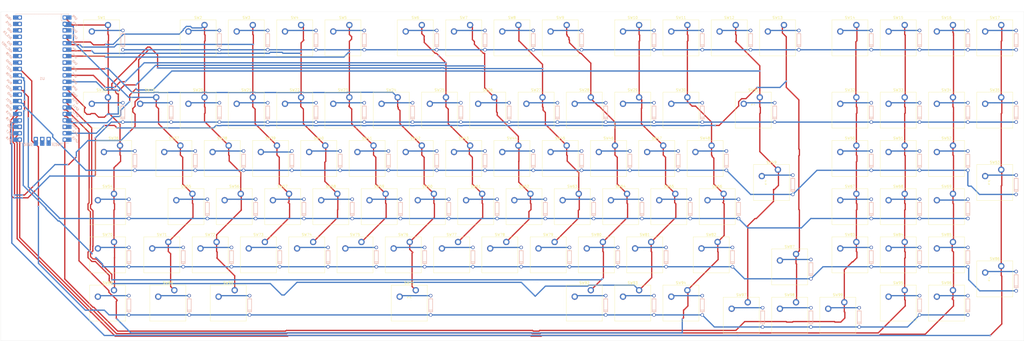
<source format=kicad_pcb>
(kicad_pcb (version 20241129) (generator "pcbnew") (generator_version "8.99")
  (layers (0 "F.Cu" signal) (2 "B.Cu" signal) (13 "F.Paste" user) (15 "B.Paste" user) (5 "F.SilkS" user "F.Silkscreen") (7 "B.SilkS" user "B.Silkscreen") (1 "F.Mask" user) (3 "B.Mask" user) (25 "Edge.Cuts" user))
  (net 0 "")
  (net 1 "Net-(D1-PadA)")
  (net 2 "Net-(D2-PadA)")
  (net 3 "Net-(D3-PadA)")
  (net 4 "Net-(D4-PadA)")
  (net 5 "Net-(D5-PadA)")
  (net 6 "Net-(D6-PadA)")
  (net 7 "Net-(D7-PadA)")
  (net 8 "Net-(D8-PadA)")
  (net 9 "Net-(D9-PadA)")
  (net 10 "Net-(D10-PadA)")
  (net 11 "Net-(D11-PadA)")
  (net 12 "Net-(D12-PadA)")
  (net 13 "Net-(D13-PadA)")
  (net 14 "Net-(D14-PadA)")
  (net 15 "Net-(D15-PadA)")
  (net 16 "Net-(D16-PadA)")
  (net 17 "Net-(D17-PadA)")
  (net 18 "Net-(D18-PadA)")
  (net 19 "Net-(D19-PadA)")
  (net 20 "Net-(D20-PadA)")
  (net 21 "Net-(D21-PadA)")
  (net 22 "Net-(D22-PadA)")
  (net 23 "Net-(D23-PadA)")
  (net 24 "Net-(D24-PadA)")
  (net 25 "Net-(D25-PadA)")
  (net 26 "Net-(D26-PadA)")
  (net 27 "Net-(D27-PadA)")
  (net 28 "Net-(D28-PadA)")
  (net 29 "Net-(D29-PadA)")
  (net 30 "Net-(D30-PadA)")
  (net 31 "Net-(D31-PadA)")
  (net 32 "Net-(D32-PadA)")
  (net 33 "Net-(D33-PadA)")
  (net 34 "Net-(D34-PadA)")
  (net 35 "Net-(D35-PadA)")
  (net 36 "Net-(D36-PadA)")
  (net 37 "Net-(D37-PadA)")
  (net 38 "Net-(D38-PadA)")
  (net 39 "Net-(D39-PadA)")
  (net 40 "Net-(D40-PadA)")
  (net 41 "Net-(D41-PadA)")
  (net 42 "Net-(D42-PadA)")
  (net 43 "Net-(D43-PadA)")
  (net 44 "Net-(D44-PadA)")
  (net 45 "Net-(D45-PadA)")
  (net 46 "Net-(D46-PadA)")
  (net 47 "Net-(D47-PadA)")
  (net 48 "Net-(D48-PadA)")
  (net 49 "Net-(D49-PadA)")
  (net 50 "Net-(D50-PadA)")
  (net 51 "Net-(D51-PadA)")
  (net 52 "Net-(D52-PadA)")
  (net 53 "Net-(D53-PadA)")
  (net 54 "Net-(D54-PadA)")
  (net 55 "Net-(D55-PadA)")
  (net 56 "Net-(D56-PadA)")
  (net 57 "Net-(D57-PadA)")
  (net 58 "Net-(D58-PadA)")
  (net 59 "Net-(D59-PadA)")
  (net 60 "Net-(D60-PadA)")
  (net 61 "Net-(D61-PadA)")
  (net 62 "Net-(D62-PadA)")
  (net 63 "Net-(D63-PadA)")
  (net 64 "Net-(D64-PadA)")
  (net 65 "Net-(D65-PadA)")
  (net 66 "Net-(D66-PadA)")
  (net 67 "Net-(D67-PadA)")
  (net 68 "Net-(D68-PadA)")
  (net 69 "Net-(D69-PadA)")
  (net 70 "Net-(D70-PadA)")
  (net 71 "Net-(D71-PadA)")
  (net 72 "Net-(D72-PadA)")
  (net 73 "Net-(D73-PadA)")
  (net 74 "Net-(D74-PadA)")
  (net 75 "Net-(D75-PadA)")
  (net 76 "Net-(D76-PadA)")
  (net 77 "Net-(D77-PadA)")
  (net 78 "Net-(D78-PadA)")
  (net 79 "Net-(D79-PadA)")
  (net 80 "Net-(D80-PadA)")
  (net 81 "Net-(D81-PadA)")
  (net 82 "Net-(D82-PadA)")
  (net 83 "Net-(D83-PadA)")
  (net 84 "Net-(D84-PadA)")
  (net 85 "Net-(D85-PadA)")
  (net 86 "Net-(D86-PadA)")
  (net 87 "Net-(D87-PadA)")
  (net 88 "Net-(D88-PadA)")
  (net 89 "Net-(D89-PadA)")
  (net 90 "Net-(D90-PadA)")
  (net 91 "Net-(D92-PadA)")
  (net 92 "Net-(D93-PadA)")
  (net 93 "Net-(D94-PadA)")
  (net 94 "Net-(D95-PadA)")
  (net 95 "Net-(D96-PadA)")
  (net 96 "Net-(D97-PadA)")
  (net 97 "Net-(D98-PadA)")
  (net 98 "Net-(D99-PadA)")
  (net 100 "Net-(D91-PadA)")
  (net 101 "Row0")
  (net 102 "Row1")
  (net 103 "Row2")
  (net 104 "Row3")
  (net 105 "Row4")
  (net 106 "Row5")
  (net 107 "Col0")
  (net 108 "Col1")
  (net 109 "Col2")
  (net 110 "Col3")
  (net 111 "Col4")
  (net 112 "Col5")
  (net 113 "Col7")
  (net 114 "Col8")
  (net 115 "Col9")
  (net 116 "Col10")
  (net 117 "Col11")
  (net 118 "Col12")
  (net 119 "Col13")
  (net 120 "Col14")
  (net 121 "Col15")
  (net 122 "Col16")
  (net 123 "Col17")
  (net 124 "Col18")
  (net 125 "Col6")
  (footprint "PCM_Switch_Keyboard_Cherry_MX:SW_Cherry_MX_PCB_1.00u" (layer "F.Cu") (at 276.6575 59.5)
    (property "Reference" "SW32")
    (property "Value" "SW_Push")
  )
  (footprint "PCM_Switch_Keyboard_Cherry_MX:SW_Cherry_MX_PCB_1.00u" (layer "F.Cu") (at 295.7075 30.925)
    (property "Reference" "SW15")
    (property "Value" "SW_Push")
  )
  (footprint "PCM_Switch_Keyboard_Cherry_MX:SW_Cherry_MX_PCB_1.00u" (layer "F.Cu") (at 29.0075 78.55)
    (property "Reference" "SW38")
    (property "Value" "SW_Push")
  )
  (footprint "PCM_Mounting_Keyboard_Stabilizer:Stabilizer_Cherry_MX_2.00u" (layer "F.Cu") (at 333.84505 88.1 90)
    (property "Reference" "S3")
    (property "Value" "Stabilizer_Cherry_MX_2.00u")
  )
  (footprint "PCM_Switch_Keyboard_Cherry_MX:SW_Cherry_MX_PCB_1.00u" (layer "F.Cu") (at 276.6575 97.6)
    (property "Reference" "SW67")
    (property "Value" "SW_Push")
  )
  (footprint "PCM_Switch_Keyboard_Cherry_MX:SW_Cherry_MX_PCB_1.00u" (layer "F.Cu") (at 295.7075 78.55)
    (property "Reference" "SW51")
    (property "Value" "SW_Push")
  )
  (footprint "PCM_Mounting_Keyboard_Stabilizer:Stabilizer_Cherry_MX_6.25u" (layer "F.Cu") (at 102.84505 135.8)
    (property "Reference" "S5")
    (property "Value" "Stabilizer_Cherry_MX_6.25u")
  )
  (footprint "PCM_Switch_Keyboard_Cherry_MX:SW_Cherry_MX_PCB_1.00u" (layer "F.Cu") (at 252.845 121.4125)
    (property "Reference" "SW87")
    (property "Value" "SW_Push")
  )
  (footprint "PCM_Switch_Keyboard_Cherry_MX:SW_Cherry_MX_PCB_1.00u" (layer "F.Cu") (at 209.9825 59.5)
    (property "Reference" "SW30")
    (property "Value" "SW_Push")
  )
  (footprint "PCM_Switch_Keyboard_Cherry_MX:SW_Cherry_MX_PCB_1.00u" (layer "F.Cu") (at 67.1075 78.55)
    (property "Reference" "SW40")
    (property "Value" "SW_Push")
  )
  (footprint "PCM_Switch_Keyboard_Cherry_MX:SW_Cherry_MX_PCB_1.00u" (layer "F.Cu") (at 171.8825 135.7)
    (property "Reference" "SW92")
    (property "Value" "SW_Push")
  )
  (footprint "PCM_Switch_Keyboard_Cherry_MX:SW_Cherry_MX_PCB_1.00u" (layer "F.Cu") (at -13.855 78.55)
    (property "Reference" "SW36")
    (property "Value" "SW_Push")
  )
  (footprint "PCM_Switch_Keyboard_Cherry_MX:SW_Cherry_MX_PCB_1.00u" (layer "F.Cu") (at 157.595 116.65)
    (property "Reference" "SW79")
    (property "Value" "SW_Push")
  )
  (footprint "PCM_Switch_Keyboard_Cherry_MX:SW_Cherry_MX_PCB_1.00u" (layer "F.Cu") (at -16.23625 97.6)
    (property "Reference" "SW54")
    (property "Value" "SW_Push")
  )
  (footprint "PCM_Switch_Keyboard_Cherry_MX:SW_Cherry_MX_PCB_1.00u" (layer "F.Cu") (at 124.2575 30.925)
    (property "Reference" "SW7")
    (property "Value" "SW_Push")
  )
  (footprint "PCM_Switch_Keyboard_Cherry_MX:SW_Cherry_MX_PCB_1.00u" (layer "F.Cu") (at 171.8825 59.5)
    (property "Reference" "SW28")
    (property "Value" "SW_Push")
  )
  (footprint "PCM_Switch_Keyboard_Cherry_MX:SW_Cherry_MX_PCB_1.00u" (layer "F.Cu") (at 190.9325 135.7)
    (property "Reference" "SW93")
    (property "Value" "SW_Push")
  )
  (footprint "PCM_Switch_Keyboard_Cherry_MX:SW_Cherry_MX_PCB_1.00u" (layer "F.Cu") (at 186.17 97.6)
    (property "Reference" "SW64")
    (property "Value" "SW_Push")
  )
  (footprint "PCM_Switch_Keyboard_Cherry_MX:SW_Cherry_MX_PCB_1.00u" (layer "F.Cu") (at 119.495 116.65)
    (property "Reference" "SW77")
    (property "Value" "SW_Push")
  )
  (footprint "PCM_Switch_Keyboard_Cherry_MX:SW_Cherry_MX_PCB_1.00u" (layer "F.Cu") (at 138.545 116.65)
    (property "Reference" "SW78")
    (property "Value" "SW_Push")
  )
  (footprint "PCM_Switch_Keyboard_Cherry_MX:SW_Cherry_MX_PCB_1.00u" (layer "F.Cu") (at 233.795 140.4625)
    (property "Reference" "SW97")
    (property "Value" "SW_Push")
  )
  (footprint "PCM_Switch_Keyboard_Cherry_MX:SW_Cherry_MX_PCB_1.00u" (layer "F.Cu") (at 219.5075 78.55)
    (property "Reference" "SW48")
    (property "Value" "SW_Push")
  )
  (footprint "PCM_Switch_Keyboard_Cherry_MX:SW_Cherry_MX_PCB_1.00u" (layer "F.Cu") (at 19.4825 30.925)
    (property "Reference" "SW2")
    (property "Value" "SW_Push")
  )
  (footprint "PCM_Switch_Keyboard_Cherry_MX:SW_Cherry_MX_PCB_1.00u" (layer "F.Cu") (at 295.7075 97.6)
    (property "Reference" "SW68")
    (property "Value" "SW_Push")
  )
  (footprint "PCM_Switch_Keyboard_Cherry_MX:SW_Cherry_MX_PCB_1.00u" (layer "F.Cu") (at 43.295 116.65)
    (property "Reference" "SW73")
    (property "Value" "SW_Push")
  )
  (footprint "PCM_Switch_Keyboard_Cherry_MX:SW_Cherry_MX_PCB_1.00u" (layer "F.Cu") (at 252.845 140.4625)
    (property "Reference" "SW98")
    (property "Value" "SW_Push")
  )
  (footprint "PCM_Switch_Keyboard_Cherry_MX:SW_Cherry_MX_PCB_1.00u" (layer "F.Cu") (at 162.3575 30.925)
    (property "Reference" "SW9")
    (property "Value" "SW_Push")
  )
  (footprint "PCM_Switch_Keyboard_Cherry_MX:SW_Cherry_MX_PCB_1.00u" (layer "F.Cu") (at 129.02 97.6)
    (property "Reference" "SW61")
    (property "Value" "SW_Push")
  )
  (footprint "PCM_Switch_Keyboard_Cherry_MX:SW_Cherry_MX_PCB_1.00u" (layer "F.Cu") (at 190.9325 59.5)
    (property "Reference" "SW29")
    (property "Value" "SW_Push")
  )
  (footprint "PCM_Switch_Keyboard_Cherry_MX:SW_Cherry_MX_PCB_1.00u" (layer "F.Cu") (at 105.2075 30.925)
    (property "Reference" "SW6")
    (property "Value" "SW_Push")
  )
  (footprint "PCM_Switch_Keyboard_Cherry_MX:SW_Cherry_MX_PCB_1.00u" (layer "F.Cu") (at -16.23625 135.7)
    (property "Reference" "SW88")
    (property "Value" "SW_Push")
  )
  (footprint "PCM_Switch_Keyboard_Cherry_MX:SW_Cherry_MX_PCB_1.00u" (layer "F.Cu") (at 221.88875 116.65)
    (property "Reference" "SW82")
    (property "Value" "SW_Push")
  )
  (footprint "PCM_Switch_Keyboard_Cherry_MX:SW_Cherry_MX_PCB_1.00u" (layer "F.Cu") (at 314.7575 59.5)
    (property "Reference" "SW34")
    (property "Value" "SW_Push")
  )
  (footprint "PCM_Switch_Keyboard_Cherry_MX:SW_Cherry_MX_PCB_1.00u" (layer "F.Cu") (at 95.6825 59.5)
    (property "Reference" "SW24")
    (property "Value" "SW_Push")
  )
  (footprint "PCM_Switch_Keyboard_Cherry_MX:SW_Cherry_MX_PCB_1.00u" (layer "F.Cu") (at 176.645 116.65)
    (property "Reference" "SW80")
    (property "Value" "SW_Push")
  )
  (footprint "PCM_Mounting_Keyboard_Stabilizer:Stabilizer_Cherry_MX_2.00u" (layer "F.Cu") (at 333.84505 126.2 90)
    (property "Reference" "S4")
    (property "Value" "Stabilizer_Cherry_MX_2.00u")
  )
  (footprint "PCM_Switch_Keyboard_Cherry_MX:SW_Cherry_MX_PCB_1.00u" (layer "F.Cu") (at 333.8075 59.5)
    (property "Reference" "SW35")
    (property "Value" "SW_Push")
  )
  (footprint "PCM_Switch_Keyboard_Cherry_MX:SW_Cherry_MX_PCB_1.00u" (layer "F.Cu") (at 148.07 97.6)
    (property "Reference" "SW62")
    (property "Value" "SW_Push")
  )
  (footprint "PCM_Switch_Keyboard_Cherry_MX:SW_Cherry_MX_PCB_1.00u" (layer "F.Cu") (at -18.6175 59.5)
    (property "Reference" "SW18")
    (property "Value" "SW_Push")
  )
  (footprint "PCM_Switch_Keyboard_Cherry_MX:SW_Cherry_MX_PCB_1.00u" (layer "F.Cu") (at 38.5325 30.925)
    (property "Reference" "SW3")
    (property "Value" "SW_Push")
  )
  (footprint "PCM_Switch_Keyboard_Cherry_MX:SW_Cherry_MX_PCB_1.00u" (layer "F.Cu") (at 248.0825 30.925)
    (property "Reference" "SW13")
    (property "Value" "SW_Push")
  )
  (footprint "PCM_Switch_Keyboard_Cherry_MX:SW_Cherry_MX_PCB_1.00u" (layer "F.Cu") (at 276.6575 116.65)
    (property "Reference" "SW83")
    (property "Value" "SW_Push")
  )
  (footprint "PCM_Switch_Keyboard_Cherry_MX:SW_Cherry_MX_PCB_1.00u" (layer "F.Cu") (at 31.38875 135.7)
    (property "Reference" "SW90")
    (property "Value" "SW_Push")
  )
  (footprint "PCM_Switch_Keyboard_Cherry_MX:SW_Cherry_MX_PCB_1.00u" (layer "F.Cu") (at 190.9325 30.925)
    (property "Reference" "SW10")
    (property "Value" "SW_Push")
  )
  (footprint "PCM_Switch_Keyboard_Cherry_MX:SW_Cherry_MX_PCB_1.00u" (layer "F.Cu") (at 229.0325 30.925)
    (property "Reference" "SW12")
    (property "Value" "SW_Push")
  )
  (footprint "PCM_Switch_Keyboard_Cherry_MX:SW_Cherry_MX_PCB_1.00u" (layer "F.Cu") (at 205.22 97.6)
    (property "Reference" "SW65")
    (property "Value" "SW_Push")
  )
  (footprint "PCM_Switch_Keyboard_Cherry_MX:SW_Cherry_MX_PCB_1.00u" (layer "F.Cu") (at 152.8325 59.5)
    (property "Reference" "SW27")
    (property "Value" "SW_Push")
  )
  (footprint "PCM_Switch_Keyboard_Cherry_MX:SW_Cherry_MX_PCB_1.00u" (layer "F.Cu") (at 19.4825 59.5)
    (property "Reference" "SW20")
    (property "Value" "SW_Push")
  )
  (footprint "PCM_Switch_Keyboard_Cherry_MX:SW_Cherry_MX_PCB_1.00u" (layer "F.Cu") (at 238.5575 59.5)
    (property "Reference" "SW31")
    (property "Value" "SW_Push")
  )
  (footprint "PCM_Switch_Keyboard_Cherry_MX:SW_Cherry_MX_PCB_1.00u" (layer "F.Cu") (at 52.82 97.6)
    (property "Reference" "SW57")
    (property "Value" "SW_Push")
  )
  (footprint "PCM_Switch_Keyboard_Cherry_MX:SW_Cherry_MX_PCB_1.00u" (layer "F.Cu") (at 314.7575 135.7)
    (property "Reference" "SW96")
    (property "Value" "SW_Push")
  )
  (footprint "PCM_Switch_Keyboard_Cherry_MX:SW_Cherry_MX_PCB_1.00u" (layer "F.Cu") (at 57.5825 30.925)
    (property "Reference" "SW4")
    (property "Value" "SW_Push")
  )
  (footprint "PCM_Switch_Keyboard_Cherry_MX:SW_Cherry_MX_PCB_1.00u" (layer "F.Cu") (at 0.4325 59.5)
    (property "Reference" "SW19")
    (property "Value" "SW_Push")
  )
  (footprint "PCM_Switch_Keyboard_Cherry_MX:SW_Cherry_MX_PCB_1.00u" (layer "F.Cu") (at 133.7825 59.5)
    (property "Reference" "SW26")
    (property "Value" "SW_Push")
  )
  (footprint "PCM_Switch_Keyboard_Cherry_MX:SW_Cherry_MX_PCB_1.00u" (layer "F.Cu") (at 57.5825 59.5)
    (property "Reference" "SW22")
    (property "Value" "SW_Push")
  )
  (footprint "PCM_Switch_Keyboard_Cherry_MX:SW_Cherry_MX_PCB_1.00u" (layer "F.Cu") (at 271.895 140.4625)
    (property "Reference" "SW99")
    (property "Value" "SW_Push")
  )
  (footprint "PCM_Switch_Keyboard_Cherry_MX:SW_Cherry_MX_PCB_1.00u" (layer "F.Cu") (at 5.195 116.65)
    (property "Reference" "SW71")
    (property "Value" "SW_Push")
  )
  (footprint "PCM_Switch_Keyboard_Cherry_MX:SW_Cherry_MX_PCB_1.00u" (layer "F.Cu") (at 143.3075 30.925)
    (property "Reference" "SW8")
    (property "Value" "SW_Push")
  )
  (footprint "PCM_Switch_Keyboard_Cherry_MX:SW_Cherry_MX_PCB_1.00u" (layer "F.Cu") (at 295.7075 59.5)
    (property "Reference" "SW33")
    (property "Value" "SW_Push")
  )
  (footprint "PCM_Switch_Keyboard_Cherry_MX:SW_Cherry_MX_PCB_1.00u" (layer "F.Cu") (at 333.8075 30.925)
    (property "Reference" "SW17")
    (property "Value" "SW_Push")
  )
  (footprint "PCM_Switch_Keyboard_Cherry_MX:SW_Cherry_MX_PCB_1.00u" (layer "F.Cu") (at 71.87 97.6)
    (property "Reference" "SW58")
    (property "Value" "SW_Push")
  )
  (footprint "PCM_Switch_Keyboard_Cherry_MX:SW_Cherry_MX_PCB_1.00u" (layer "F.Cu") (at 143.3075 78.55)
    (property "Reference" "SW44")
    (property "Value" "SW_Push")
  )
  (footprint "PCM_Switch_Keyboard_Cherry_MX:SW_Cherry_MX_PCB_1.00u" (layer "F.Cu") (at 200.4575 78.55)
    (property "Reference" "SW47")
    (property "Value" "SW_Push")
  )
  (footprint "PCM_Switch_Keyboard_Cherry_MX:SW_Cherry_MX_PCB_1.00u" (layer "F.Cu") (at 314.7575 78.55)
    (property "Reference" "SW52")
    (property "Value" "SW_Push")
  )
  (footprint "PCM_Switch_Keyboard_Cherry_MX:SW_Cherry_MX_PCB_1.00u" (layer "F.Cu") (at -16.23625 116.65)
    (property "Reference" "SW70")
    (property "Value" "SW_Push")
  )
  (footprint "PCM_Mounting_Keyboard_Stabilizer:Stabilizer_Cherry_MX_2.00u" (layer "F.Cu") (at 245.74505 88.1 90)
    (property "Reference" "S2")
    (property "Value" "Stabilizer_Cherry_MX_2.00u")
  )
  (footprint "PCM_Switch_Keyboard_Cherry_MX:SW_Cherry_MX_PCB_1.00u" (layer "F.Cu") (at 33.77 97.6)
    (property "Reference" "SW56")
    (property "Value" "SW_Push")
  )
  (footprint "PCM_Switch_Keyboard_Cherry_MX:SW_Cherry_MX_PCB_1.00u" (layer "F.Cu") (at 76.6325 30.925)
    (property "Reference" "SW5")
    (property "Value" "SW_Push")
  )
  (footprint "PCM_Switch_Keyboard_Cherry_MX:SW_Cherry_MX_PCB_1.00u" (layer "F.Cu") (at 181.4075 78.55)
    (property "Reference" "SW46")
    (property "Value" "SW_Push")
  )
  (footprint "PCM_Switch_Keyboard_Cherry_MX:SW_Cherry_MX_PCB_1.00u" (layer "F.Cu") (at 109.97 97.6)
    (property "Reference" "SW60")
    (property "Value" "SW_Push")
  )
  (footprint "PCM_Switch_Keyboard_Cherry_MX:SW_Cherry_MX_PCB_1.00u" (layer "F.Cu") (at 7.57625 135.7)
    (property "Reference" "SW89")
    (property "Value" "SW_Push")
  )
  (footprint "PCM_Switch_Keyboard_Cherry_MX:SW_Cherry_MX_PCB_1.00u" (layer "F.Cu") (at 209.9825 30.925)
    (property "Reference" "SW11")
    (property "Value" "SW_Push")
  )
  (footprint "PCM_Switch_Keyboard_Cherry_MX:SW_Cherry_MX_PCB_1.00u" (layer "F.Cu") (at 333.8075 88.075)
    (property "Reference" "SW53")
    (property "Value" "SW_Push")
  )
  (footprint "PCM_Switch_Keyboard_Cherry_MX:SW_Cherry_MX_PCB_1.00u" (layer "F.Cu") (at 224.27 97.6)
    (property "Reference" "SW66")
    (property "Value" "SW_Push")
  )
  (footprint "PCM_Switch_Keyboard_Cherry_MX:SW_Cherry_MX_PCB_1.00u" (layer "F.Cu") (at 9.9575 78.55)
    (property "Reference" "SW37")
    (property "Value" "SW_Push")
  )
  (footprint "PCM_Switch_Keyboard_Cherry_MX:SW_Cherry_MX_PCB_1.00u" (layer "F.Cu") (at -18.6175 30.925)
    (property "Reference" "SW1")
    (property "Value" "SW_Push")
  )
  (footprint "PCM_Switch_Keyboard_Cherry_MX:SW_Cherry_MX_PCB_1.00u" (layer "F.Cu") (at 38.5325 59.5)
    (property "Reference" "SW21")
    (property "Value" "SW_Push")
  )
  (footprint "PCM_Switch_Keyboard_Cherry_MX:SW_Cherry_MX_PCB_1.00u" (layer "F.Cu") (at 14.72 97.6)
    (property "Reference" "SW55")
    (property "Value" "SW_Push")
  )
  (footprint "PCM_Switch_Keyboard_Cherry_MX:SW_Cherry_MX_PCB_1.00u" (layer "F.Cu") (at 167.12 97.6)
    (property "Reference" "SW63")
    (property "Value" "SW_Push")
  )
  (footprint "PCM_Switch_Keyboard_Cherry_MX:SW_Cherry_MX_PCB_1.00u" (layer "F.Cu") (at 76.6325 59.5)
    (property "Reference" "SW23")
    (property "Value" "SW_Push")
  )
  (footprint "PCM_Switch_Keyboard_Cherry_MX:SW_Cherry_MX_PCB_1.00u" (layer "F.Cu") (at 195.695 116.65)
    (property "Reference" "SW81")
    (property "Value" "SW_Push")
  )
  (footprint "PCM_Switch_Keyboard_Cherry_MX:SW_Cherry_MX_PCB_1.00u" (layer "F.Cu") (at 62.345 116.65)
    (property "Reference" "SW74")
    (property "Value" "SW_Push")
  )
  (footprint "PCM_Switch_Keyboard_Cherry_MX:SW_Cherry_MX_PCB_1.00u" (layer "F.Cu") (at 86.1575 78.55)
    (property "Reference" "SW41")
    (property "Value" "SW_Push")
  )
  (footprint "PCM_Switch_Keyboard_Cherry_MX:SW_Cherry_MX_PCB_1.00u" (layer "F.Cu") (at 295.7075 135.7)
    (property "Reference" "SW95")
    (property "Value" "SW_Push")
  )
  (footprint "PCM_Switch_Keyboard_Cherry_MX:SW_Cherry_MX_PCB_1.00u" (layer "F.Cu") (at 48.0575 78.55)
    (property "Reference" "SW39")
    (property "Value" "SW_Push")
  )
  (footprint "PCM_Switch_Keyboard_Cherry_MX:SW_Cherry_MX_PCB_1.00u" (layer "F.Cu") (at 245.70125 88.075)
    (property "Reference" "SW49")
    (property "Value" "SW_Push")
  )
  (footprint "PCM_Switch_Keyboard_Cherry_MX:SW_Cherry_MX_PCB_1.00u" (layer "F.Cu") (at 276.6575 30.925)
    (property "Reference" "SW14")
    (property "Value" "SW_Push")
  )
  (footprint "PCM_Switch_Keyboard_Cherry_MX:SW_Cherry_MX_PCB_1.00u" (layer "F.Cu") (at 209.9825 135.7)
    (property "Reference" "SW94")
    (property "Value" "SW_Push")
  )
  (footprint "PCM_Switch_Keyboard_Cherry_MX:SW_Cherry_MX_PCB_1.00u" (layer "F.Cu") (at 314.7575 116.65)
    (property "Reference" "SW85")
    (property "Value" "SW_Push")
  )
  (footprint "PCM_Switch_Keyboard_Cherry_MX:SW_Cherry_MX_PCB_1.00u" (layer "F.Cu") (at 276.6575 78.55)
    (property "Reference" "SW50")
    (property "Value" "SW_Push")
  )
  (footprint "PCM_Switch_Keyboard_Cherry_MX:SW_Cherry_MX_PCB_1.00u" (layer "F.Cu") (at 24.245 116.65)
    (property "Reference" "SW72")
    (property "Value" "SW_Push")
  )
  (footprint "PCM_Switch_Keyboard_Cherry_MX:SW_Cherry_MX_PCB_1.00u" (layer "F.Cu") (at 81.395 116.65)
    (property "Reference" "SW75")
    (property "Value" "SW_Push")
  )
  (footprint "PCM_Switch_Keyboard_Cherry_MX:SW_Cherry_MX_PCB_1.00u" (layer "F.Cu") (at 114.7325 59.5)
    (property "Reference" "SW25")
    (property "Value" "SW_Push")
  )
  (footprint "PCM_Switch_Keyboard_Cherry_MX:SW_Cherry_MX_PCB_1.00u" (layer "F.Cu") (at 162.3575 78.55)
    (property "Reference" "SW45")
    (property "Value" "SW_Push")
  )
  (footprint "PCM_Switch_Keyboard_Cherry_MX:SW_Cherry_MX_PCB_1.00u" (layer "F.Cu") (at 295.7075 116.65)
    (property "Reference" "SW84")
    (property "Value" "SW_Push")
  )
  (footprint "PCM_Mounting_Keyboard_Stabilizer:Stabilizer_Cherry_MX_2.00u" (layer "F.Cu") (at 238.54505 59.6)
    (property "Reference" "S1")
    (property "Value" "Stabilizer_Cherry_MX_2.00u")
  )
  (footprint "PCM_Switch_Keyboard_Cherry_MX:SW_Cherry_MX_PCB_1.00u" (layer "F.Cu") (at 90.92 97.6)
    (property "Reference" "SW59")
    (property "Value" "SW_Push")
  )
  (footprint "PCM_Switch_Keyboard_Cherry_MX:SW_Cherry_MX_PCB_1.00u" (layer "F.Cu") (at 333.8075 126.175)
    (property "Reference" "SW86")
    (property "Value" "SW_Push")
  )
  (footprint "PCM_Switch_Keyboard_Cherry_MX:SW_Cherry_MX_PCB_1.00u" (layer "F.Cu") (at 124.2575 78.55)
    (property "Reference" "SW43")
    (property "Value" "SW_Push")
  )
  (footprint "PCM_Switch_Keyboard_Cherry_MX:SW_Cherry_MX_PCB_1.00u" (layer "F.Cu") (at 314.7575 97.6)
    (property "Reference" "SW69")
    (property "Value" "SW_Push")
  )
  (footprint "PCM_Switch_Keyboard_Cherry_MX:SW_Cherry_MX_PCB_1.00u" (layer "F.Cu") (at 314.7575 30.925)
    (property "Reference" "SW16")
    (property "Value" "SW_Push")
  )
  (footprint "PCM_Switch_Keyboard_Cherry_MX:SW_Cherry_MX_PCB_1.00u" (layer "F.Cu") (at 102.82625 135.7)
    (property "Reference" "SW91")
    (property "Value" "SW_Push")
  )
  (footprint "PCM_Switch_Keyboard_Cherry_MX:SW_Cherry_MX_PCB_1.00u" (layer "F.Cu") (at 105.2075 78.55)
    (property "Reference" "SW42")
    (property "Value" "SW_Push")
  )
  (footprint "PCM_Switch_Keyboard_Cherry_MX:SW_Cherry_MX_PCB_1.00u" (layer "F.Cu") (at 100.445 116.65)
    (property "Reference" "SW76")
    (property "Value" "SW_Push")
  )
  (footprint "custom:DIODE-1N4148 (1)" (layer "B.Cu") (at 285.075 98.475 -90)
    (property "Reference" "D67")
    (property "Value" "D" (hide yes))
  )
  (footprint "custom:DIODE-1N4148 (1)" (layer "B.Cu") (at 342.225 60.375 -90)
    (property "Reference" "D35")
    (property "Value" "D" (hide yes))
  )
  (footprint "custom:DIODE-1N4148 (1)" (layer "B.Cu") (at 230.30625 117.525 -90)
    (property "Reference" "D82")
    (property "Value" "D" (hide yes))
  )
  (footprint "custom:DIODE-1N4148 (1)" (layer "B.Cu") (at 285.075 79.425 -90)
    (property "Reference" "D50")
    (property "Value" "D" (hide yes))
  )
  (footprint "custom:DIODE-1N4148 (1)" (layer "B.Cu") (at 18.375 79.425 -90)
    (property "Reference" "D37")
    (property "Value" "D" (hide yes))
  )
  (footprint "custom:DIODE-1N4148 (1)" (layer "B.Cu") (at 39.80625 136.575 -90)
    (property "Reference" "D90")
    (property "Value" "D" (hide yes))
  )
  (footprint "custom:DIODE-1N4148 (1)" (layer "B.Cu") (at 342.225 88.95 -90)
    (property "Reference" "D53")
    (property "Value" "D" (hide yes))
  )
  (footprint "custom:DIODE-1N4148 (1)" (layer "B.Cu") (at 118.3875 98.475 -90)
    (property "Reference" "D60")
    (property "Value" "D" (hide yes))
  )
  (footprint "custom:DIODE-1N4148 (1)" (layer "B.Cu") (at -5.4375 79.425 -90)
    (property "Reference" "D36")
    (property "Value" "D" (hide yes))
  )
  (footprint "custom:DIODE-1N4148 (1)" (layer "B.Cu") (at 232.6875 98.475 -90)
    (property "Reference" "D66")
    (property "Value" "D" (hide yes))
  )
  (footprint "custom:DIODE-1N4148 (1)" (layer "B.Cu") (at 113.625 31.8 -90)
    (property "Reference" "D6")
    (property "Value" "D" (hide yes))
  )
  (footprint "custom:DIODE-1N4148 (1)" (layer "B.Cu") (at 66 31.8 -90)
    (property "Reference" "D4")
    (property "Value" "D" (hide yes))
  )
  (footprint "custom:DIODE-1N4148 (1)" (layer "B.Cu") (at 132.675 31.8 -90)
    (property "Reference" "D7")
    (property "Value" "D" (hide yes))
  )
  (footprint "custom:DIODE-1N4148 (1)" (layer "B.Cu") (at 15.99375 136.575 -90)
    (property "Reference" "D89")
    (property "Value" "D" (hide yes))
  )
  (footprint "custom:DIODE-1N4148 (1)" (layer "B.Cu") (at 137.4375 98.475 -90)
    (property "Reference" "D61")
    (property "Value" "D" (hide yes))
  )
  (footprint "custom:DIODE-1N4148 (1)" (layer "B.Cu") (at 151.725 31.8 -90)
    (property "Reference" "D8")
    (property "Value" "D" (hide yes))
  )
  (footprint "custom:DIODE-1N4148 (1)" (layer "B.Cu") (at 89.8125 117.525 -90)
    (property "Reference" "D75")
    (property "Value" "D" (hide yes))
  )
  (footprint "custom:DIODE-1N4148 (1)" (layer "B.Cu") (at 80.2875 98.475 -90)
    (property "Reference" "D58")
    (property "Value" "D" (hide yes))
  )
  (footprint "custom:DIODE-1N4148 (1)" (layer "B.Cu") (at 246.975 60.375 -90)
    (property "Reference" "D31")
    (property "Value" "D" (hide yes))
  )
  (footprint "custom:DIODE-1N4148 (1)" (layer "B.Cu") (at 70.7625 117.525 -90)
    (property "Reference" "D74")
    (property "Value" "D" (hide yes))
  )
  (footprint "custom:DIODE-1N4148 (1)" (layer "B.Cu") (at 199.35 31.8 -90)
    (property "Reference" "D10")
    (property "Value" "D" (hide yes))
  )
  (footprint "custom:DIODE-1N4148 (1)" (layer "B.Cu") (at 127.9125 117.525 -90)
    (property "Reference" "D77")
    (property "Value" "D" (hide yes))
  )
  (footprint "custom:DIODE-1N4148 (1)" (layer "B.Cu") (at 285.075 60.375 -90)
    (property "Reference" "D32")
    (property "Value" "D" (hide yes))
  )
  (footprint "custom:DIODE-1N4148 (1)" (layer "B.Cu") (at 75.525 79.425 -90)
    (property "Reference" "D40")
    (property "Value" "D" (hide yes))
  )
  (footprint "custom:DIODE-1N4148 (1)" (layer "B.Cu") (at -10.2 60.375 -90)
    (property "Reference" "D18")
    (property "Value" "D" (hide yes))
  )
  (footprint "custom:DIODE-1N4148 (1)" (layer "B.Cu") (at 323.175 60.375 -90)
    (property "Reference" "D34")
    (property "Value" "D" (hide yes))
  )
  (footprint "custom:DIODE-1N4148 (1)" (layer "B.Cu") (at 46.95 31.8 -90)
    (property "Reference" "D3")
    (property "Value" "D" (hide yes))
  )
  (footprint "custom:DIODE-1N4148 (1)" (layer "B.Cu") (at 237.45 31.8 -90)
    (property "Reference" "D12")
    (property "Value" "D" (hide yes))
  )
  (footprint "custom:DIODE-1N4148 (1)" (layer "B.Cu") (at 218.4 136.575 -90)
    (property "Reference" "D94")
    (property "Value" "D" (hide yes))
  )
  (footprint "custom:DIODE-1N4148 (1)" (layer "B.Cu") (at 323.175 31.8 -90)
    (property "Reference" "D16")
    (property "Value" "D" (hide yes))
  )
  (footprint "custom:DIODE-1N4148 (1)" (layer "B.Cu") (at 304.125 117.525 -90)
    (property "Reference" "D84")
    (property "Value" "D" (hide yes))
  )
  (footprint "custom:DIODE-1N4148 (1)" (layer "B.Cu") (at 218.4 60.375 -90)
    (property "Reference" "D30")
    (property "Value" "D" (hide yes))
  )
  (footprint "MCU_RaspberryPi_and_Boards:RPi_Pico_SMD_TH" (layer "B.Cu") (at -42 47 180)
    (property "Reference" "U1")
    (property "Value" "Pico")
  )
  (footprint "custom:DIODE-1N4148 (1)" (layer "B.Cu") (at 304.125 31.8 -90)
    (property "Reference" "D15")
    (property "Value" "D" (hide yes))
  )
  (footprint "custom:DIODE-1N4148 (1)" (layer "B.Cu") (at 56.475 79.425 -90)
    (property "Reference" "D39")
    (property "Value" "D" (hide yes))
  )
  (footprint "custom:DIODE-1N4148 (1)" (layer "B.Cu") (at 108.8625 117.525 -90)
    (property "Reference" "D76")
    (property "Value" "D" (hide yes))
  )
  (footprint "custom:DIODE-1N4148 (1)" (layer "B.Cu") (at 151.725 79.425 -90)
    (property "Reference" "D44")
    (property "Value" "D" (hide yes))
  )
  (footprint "custom:DIODE-1N4148 (1)" (layer "B.Cu") (at 323.175 136.575 -90)
    (property "Reference" "D96")
    (property "Value" "D" (hide yes))
  )
  (footprint "custom:DIODE-1N4148 (1)" (layer "B.Cu") (at 99.3375 98.475 -90)
    (property "Reference" "D59")
    (property "Value" "D" (hide yes))
  )
  (footprint "custom:DIODE-1N4148 (1)" (layer "B.Cu") (at 85.05 31.8 -90)
    (property "Reference" "D5")
    (property "Value" "D" (hide yes))
  )
  (footprint "custom:DIODE-1N4148 (1)" (layer "B.Cu") (at 304.125 60.375 -90)
    (property "Reference" "D33")
    (property "Value" "D" (hide yes))
  )
  (footprint "custom:DIODE-1N4148 (1)" (layer "B.Cu") (at 185.0625 117.525 -90)
    (property "Reference" "D80")
    (property "Value" "D" (hide yes))
  )
  (footprint "custom:DIODE-1N4148 (1)" (layer "B.Cu") (at 170.775 31.8 -90)
    (property "Reference" "D9")
    (property "Value" "D" (hide yes))
  )
  (footprint "custom:DIODE-1N4148 (1)" (layer "B.Cu") (at 256.5 31.8 -90)
    (property "Reference" "D13")
    (property "Value" "D" (hide yes))
  )
  (footprint "custom:DIODE-1N4148 (1)" (layer "B.Cu") (at 32.6625 117.525 -90)
    (property "Reference" "D72")
    (property "Value" "D" (hide yes))
  )
  (footprint "custom:DIODE-1N4148 (1)" (layer "B.Cu") (at 189.825 79.425 -90)
    (property "Reference" "D46")
    (property "Value" "D" (hide yes))
  )
  (footprint "custom:DIODE-1N4148 (1)" (layer "B.Cu") (at 227.925 79.425 -90)
    (property "Reference" "D48")
    (property "Value" "D" (hide yes))
  )
  (footprint "custom:DIODE-1N4148 (1)" (layer "B.Cu") (at 85.05 60.375 -90)
    (property "Reference" "D23")
    (property "Value" "D" (hide yes))
  )
  (footprint "custom:DIODE-1N4148 (1)" (layer "B.Cu") (at 242.2125 141.3375 -90)
    (property "Reference" "D97")
    (property "Value" "D" (hide yes))
  )
  (footprint "custom:DIODE-1N4148 (1)" (layer "B.Cu") (at 46.95 60.375 -90)
    (property "Reference" "D21")
    (property "Value" "D" (hide yes))
  )
  (footprint "custom:DIODE-1N4148 (1)" (layer "B.Cu") (at 180.3 60.375 -90)
    (property "Reference" "D28")
    (property "Value" "D" (hide yes))
  )
  (footprint "custom:DIODE-1N4148 (1)" (layer "B.Cu") (at 323.175 79.425 -90)
    (property "Reference" "D52")
    (property "Value" "D" (hide yes))
  )
  (footprint "custom:DIODE-1N4148 (1)" (layer "B.Cu") (at 304.125 136.575 -90)
    (property "Reference" "D95")
    (property "Value" "D" (hide yes))
  )
  (footprint "custom:DIODE-1N4148 (1)" (layer "B.Cu") (at 304.125 79.425 -90)
    (property "Reference" "D51")
    (property "Value" "D" (hide yes))
  )
  (footprint "custom:DIODE-1N4148 (1)" (layer "B.Cu") (at 170.775 79.425 -90)
    (property "Reference" "D45")
    (property "Value" "D" (hide yes))
  )
  (footprint "custom:DIODE-1N4148 (1)" (layer "B.Cu") (at 285.075 117.525 -90)
    (property "Reference" "D83")
    (property "Value" "D" (hide yes))
  )
  (footprint "custom:DIODE-1N4148 (1)" (layer "B.Cu") (at 261.2625 141.3375 -90)
    (property "Reference" "D98")
    (property "Value" "D" (hide yes))
  )
  (footprint "custom:DIODE-1N4148 (1)" (layer "B.Cu") (at 104.1 60.375 -90)
    (property "Reference" "D24")
    (property "Value" "D" (hide yes))
  )
  (footprint "custom:DIODE-1N4148 (1)" (layer "B.Cu") (at 323.175 98.475 -90)
    (property "Reference" "D69")
    (property "Value" "D" (hide yes))
  )
  (footprint "custom:DIODE-1N4148 (1)" (layer "B.Cu") (at 37.425 79.425 -90)
    (property "Reference" "D38")
    (property "Value" "D" (hide yes))
  )
  (footprint "custom:DIODE-1N4148 (1)" (layer "B.Cu") (at 94.575 79.425 -90)
    (property "Reference" "D41")
    (property "Value" "D" (hide yes))
  )
  (footprint "custom:DIODE-1N4148 (1)" (layer "B.Cu") (at 113.625 79.425 -90)
    (property "Reference" "D42")
    (property "Value" "D" (hide yes))
  )
  (footprint "custom:DIODE-1N4148 (1)" (layer "B.Cu") (at 175.5375 98.475 -90)
    (property "Reference" "D63")
    (property "Value" "D" (hide yes))
  )
  (footprint "custom:DIODE-1N4148 (1)" (layer "B.Cu") (at 13.6125 117.525 -90)
    (property "Reference" "D71")
    (property "Value" "D" (hide yes))
  )
  (footprint "custom:DIODE-1N4148 (1)" (layer "B.Cu") (at -7.81875 136.575 -90)
    (property "Reference" "D88")
    (property "Value" "D" (hide yes))
  )
  (footprint "custom:DIODE-1N4148 (1)" (layer "B.Cu") (at 146.9625 117.525 -90)
    (property "Reference" "D78")
    (property "Value" "D" (hide yes))
  )
  (footprint "custom:DIODE-1N4148 (1)" (layer "B.Cu") (at 323.175 117.525 -90)
    (property "Reference" "D85")
    (property "Value" "D" (hide yes))
  )
  (footprint "custom:DIODE-1N4148 (1)" (layer "B.Cu") (at 285.075 31.8 -90)
    (property "Reference" "D14")
    (property "Value" "D" (hide yes))
  )
  (footprint "custom:DIODE-1N4148 (1)" (layer "B.Cu") (at 8.85 60.375 -90)
    (property "Reference" "D19")
    (property "Value" "D" (hide yes))
  )
  (footprint "custom:DIODE-1N4148 (1)" (layer "B.Cu") (at 156.4875 98.475 -90)
    (property "Reference" "D62")
    (property "Value" "D" (hide yes))
  )
  (footprint "custom:DIODE-1N4148 (1)" (layer "B.Cu") (at 51.7125 117.525 -90)
    (property "Reference" "D73")
    (property "Value" "D" (hide yes))
  )
  (footprint "custom:DIODE-1N4148 (1)" (layer "B.Cu") (at 27.9 31.8 -90)
    (property "Reference" "D2")
    (property "Value" "D" (hide yes))
  )
  (footprint "custom:DIODE-1N4148 (1)" (layer "B.Cu") (at -7.81875 98.475 -90)
    (property "Reference" "D54")
    (property "Value" "D" (hide yes))
  )
  (footprint "custom:DIODE-1N4148 (1)" (layer "B.Cu") (at 342.225 127.05 -90)
    (property "Reference" "D86")
    (property "Value" "D" (hide yes))
  )
  (footprint "custom:DIODE-1N4148 (1)" (layer "B.Cu") (at 111.24375 136.575 -90)
    (property "Reference" "D91")
    (property "Value" "D" (hide yes))
  )
  (footprint "custom:DIODE-1N4148 (1)" (layer "B.Cu") (at 161.25 60.375 -90)
    (property "Reference" "D27")
    (property "Value" "D" (hide yes))
  )
  (footprint "custom:DIODE-1N4148 (1)" (layer "B.Cu") (at 66 60.375 -90)
    (property "Reference" "D22")
    (property "Value" "D" (hide yes))
  )
  (footprint "custom:DIODE-1N4148 (1)" (layer "B.Cu") (at 199.35 60.375 -90)
    (property "Reference" "D29")
    (property "Value" "D" (hide yes))
  )
  (footprint "custom:DIODE-1N4148 (1)" (layer "B.Cu") (at 42.1875 98.475 -90)
    (property "Reference" "D56")
    (property "Value" "D" (hide yes))
  )
  (footprint "custom:DIODE-1N4148 (1)" (layer "B.Cu") (at 261.2625 122.2875 -90)
    (property "Reference" "D87")
    (property "Value" "D" (hide yes))
  )
  (footprint "custom:DIODE-1N4148 (1)" (layer "B.Cu") (at 166.0125 117.525 -90)
    (property "Reference" "D79")
    (property "Value" "D" (hide yes))
  )
  (footprint "custom:DIODE-1N4148 (1)" (layer "B.Cu") (at 213.6375 98.475 -90)
    (property "Reference" "D65")
    (property "Value" "D" (hide yes))
  )
  (footprint "custom:DIODE-1N4148 (1)" (layer "B.Cu") (at 218.4 31.8 -90)
    (property "Reference" "D11")
    (property "Value" "D" (hide yes))
  )
  (footprint "custom:DIODE-1N4148 (1)" (layer "B.Cu") (at 180.3 136.575 -90)
    (property "Reference" "D92")
    (property "Value" "D" (hide yes))
  )
  (footprint "custom:DIODE-1N4148 (1)" (layer "B.Cu") (at 199.35 136.575 -90)
    (property "Reference" "D93")
    (property "Value" "D" (hide yes))
  )
  (footprint "custom:DIODE-1N4148 (1)" (layer "B.Cu") (at 142.2 60.375 -90)
    (property "Reference" "D26")
    (property "Value" "D" (hide yes))
  )
  (footprint "custom:DIODE-1N4148 (1)" (layer "B.Cu") (at 280.3125 141.3375 -90)
    (property "Reference" "D99")
    (property "Value" "D" (hide yes))
  )
  (footprint "custom:DIODE-1N4148 (1)" (layer "B.Cu") (at 23.1375 98.475 -90)
    (property "Reference" "D55")
    (property "Value" "D" (hide yes))
  )
  (footprint "custom:DIODE-1N4148 (1)" (layer "B.Cu") (at 342.225 31.8 -90)
    (property "Reference" "D17")
    (property "Value" "D" (hide yes))
  )
  (footprint "custom:DIODE-1N4148 (1)" (layer "B.Cu") (at 132.675 79.425 -90)
    (property "Reference" "D43")
    (property "Value" "D" (hide yes))
  )
  (footprint "custom:DIODE-1N4148 (1)" (layer "B.Cu") (at 208.875 79.425 -90)
    (property "Reference" "D47")
    (property "Value" "D" (hide yes))
  )
  (footprint "custom:DIODE-1N4148 (1)" (layer "B.Cu") (at 61.2375 98.475 -90)
    (property "Reference" "D57")
    (property "Value" "D" (hide yes))
  )
  (footprint "custom:DIODE-1N4148 (1)" (layer "B.Cu") (at 123.15 60.375 -90)
    (property "Reference" "D25")
    (property "Value" "D" (hide yes))
  )
  (footprint "custom:DIODE-1N4148 (1)" (layer "B.Cu") (at -10.2 31.8 -90)
    (property "Reference" "D1")
    (property "Value" "D" (hide yes))
  )
  (footprint "custom:DIODE-1N4148 (1)" (layer "B.Cu") (at 27.9 60.375 -90)
    (property "Reference" "D20")
    (property "Value" "D" (hide yes))
  )
  (footprint "custom:DIODE-1N4148 (1)" (layer "B.Cu") (at 254.11875 88.95 -90)
    (property "Reference" "D49")
    (property "Value" "D" (hide yes))
  )
  (footprint "custom:DIODE-1N4148 (1)" (layer "B.Cu") (at 204.1125 117.525 -90)
    (property "Reference" "D81")
    (property "Value" "D" (hide yes))
  )
  (footprint "custom:DIODE-1N4148 (1)" (layer "B.Cu") (at -7.81875 117.525 -90)
    (property "Reference" "D70")
    (property "Value" "D" (hide yes))
  )
  (footprint "custom:DIODE-1N4148 (1)" (layer "B.Cu") (at 194.5875 98.475 -90)
    (property "Reference" "D64")
    (property "Value" "D" (hide yes))
  )
  (footprint "custom:DIODE-1N4148 (1)" (layer "B.Cu") (at 304.125 98.475 -90)
    (property "Reference" "D68")
    (property "Value" "D" (hide yes))
  )
  (gr_rect (start -58.4 20.6) (end 345.3 150.6) (stroke (width 0.05)) (fill no) (layer "Edge.Cuts"))
  (segment (start -10.2 27.99) (end -22.0325 27.99) (width 0.5) (layer "B.Cu") (net 1))
  (segment (start 16.0675 27.99) (end 15.6725 28.385) (width 0.5) (layer "B.Cu") (net 2))
  (segment (start 27.9 27.99) (end 16.0675 27.99) (width 0.5) (layer "B.Cu") (net 2))
  (segment (start 35.1175 27.99) (end 34.7225 28.385) (width 0.5) (layer "B.Cu") (net 3))
  (segment (start 46.95 27.99) (end 35.1175 27.99) (width 0.5) (layer "B.Cu") (net 3))
  (segment (start 66 27.99) (end 54.1675 27.99) (width 0.5) (layer "B.Cu") (net 4))
  (segment (start 54.1675 27.99) (end 53.7725 28.385) (width 0.5) (layer "B.Cu") (net 4))
  (segment (start 73.2175 27.99) (end 72.8225 28.385) (width 0.5) (layer "B.Cu") (net 5))
  (segment (start 85.05 27.99) (end 73.2175 27.99) (width 0.5) (layer "B.Cu") (net 5))
  (segment (start 101.7925 27.99) (end 101.3975 28.385) (width 0.5) (layer "B.Cu") (net 6))
  (segment (start 113.625 27.99) (end 101.7925 27.99) (width 0.5) (layer "B.Cu") (net 6))
  (segment (start 120.8425 27.99) (end 120.4475 28.385) (width 0.5) (layer "B.Cu") (net 7))
  (segment (start 132.675 27.99) (end 120.8425 27.99) (width 0.5) (layer "B.Cu") (net 7))
  (segment (start 151.725 27.99) (end 139.8925 27.99) (width 0.5) (layer "B.Cu") (net 8))
  (segment (start 139.8925 27.99) (end 139.4975 28.385) (width 0.5) (layer "B.Cu") (net 8))
  (segment (start 170.775 27.99) (end 158.9425 27.99) (width 0.5) (layer "B.Cu") (net 9))
  (segment (start 158.9425 27.99) (end 158.5475 28.385) (width 0.5) (layer "B.Cu") (net 9))
  (segment (start 199.35 27.99) (end 187.5175 27.99) (width 0.5) (layer "B.Cu") (net 10))
  (segment (start 187.5175 27.99) (end 187.1225 28.385) (width 0.5) (layer "B.Cu") (net 10))
  (segment (start 206.5675 27.99) (end 206.1725 28.385) (width 0.5) (layer "B.Cu") (net 11))
  (segment (start 218.4 27.99) (end 206.5675 27.99) (width 0.5) (layer "B.Cu") (net 11))
  (segment (start 225.6175 27.99) (end 225.2225 28.385) (width 0.5) (layer "B.Cu") (net 12))
  (segment (start 237.45 27.99) (end 225.6175 27.99) (width 0.5) (layer "B.Cu") (net 12))
  (segment (start 244.6675 27.99) (end 244.2725 28.385) (width 0.5) (layer "B.Cu") (net 13))
  (segment (start 256.5 27.99) (end 244.6675 27.99) (width 0.5) (layer "B.Cu") (net 13))
  (segment (start 273.2425 27.99) (end 272.8475 28.385) (width 0.5) (layer "B.Cu") (net 14))
  (segment (start 285.075 27.99) (end 273.2425 27.99) (width 0.5) (layer "B.Cu") (net 14))
  (segment (start 292.2925 27.99) (end 291.8975 28.385) (width 0.5) (layer "B.Cu") (net 15))
  (segment (start 304.125 27.99) (end 292.2925 27.99) (width 0.5) (layer "B.Cu") (net 15))
  (segment (start 323.175 27.99) (end 311.3425 27.99) (width 0.5) (layer "B.Cu") (net 16))
  (segment (start 311.3425 27.99) (end 310.9475 28.385) (width 0.5) (layer "B.Cu") (net 16))
  (segment (start 342.225 27.99) (end 330.3925 27.99) (width 0.5) (layer "B.Cu") (net 17))
  (segment (start 330.3925 27.99) (end 329.9975 28.385) (width 0.5) (layer "B.Cu") (net 17))
  (segment (start -10.2 56.565) (end -22.0325 56.565) (width 0.5) (layer "B.Cu") (net 18))
  (segment (start 8.85 56.565) (end -2.9825 56.565) (width 0.5) (layer "B.Cu") (net 19))
  (segment (start -2.9825 56.565) (end -3.3775 56.96) (width 0.5) (layer "B.Cu") (net 19))
  (segment (start 27.9 56.565) (end 16.0675 56.565) (width 0.5) (layer "B.Cu") (net 20))
  (segment (start 16.0675 56.565) (end 15.6725 56.96) (width 0.5) (layer "B.Cu") (net 20))
  (segment (start 35.1175 56.565) (end 34.7225 56.96) (width 0.5) (layer "B.Cu") (net 21))
  (segment (start 46.95 56.565) (end 35.1175 56.565) (width 0.5) (layer "B.Cu") (net 21))
  (segment (start 54.1675 56.565) (end 53.7725 56.96) (width 0.5) (layer "B.Cu") (net 22))
  (segment (start 66 56.565) (end 54.1675 56.565) (width 0.5) (layer "B.Cu") (net 22))
  (segment (start 85.05 56.565) (end 73.2175 56.565) (width 0.5) (layer "B.Cu") (net 23))
  (segment (start 73.2175 56.565) (end 72.8225 56.96) (width 0.5) (layer "B.Cu") (net 23))
  (segment (start 92.2675 56.565) (end 91.8725 56.96) (width 0.5) (layer "B.Cu") (net 24))
  (segment (start 104.1 56.565) (end 92.2675 56.565) (width 0.5) (layer "B.Cu") (net 24))
  (segment (start 123.15 56.565) (end 111.3175 56.565) (width 0.5) (layer "B.Cu") (net 25))
  (segment (start 111.3175 56.565) (end 110.9225 56.96) (width 0.5) (layer "B.Cu") (net 25))
  (segment (start 130.3675 56.565) (end 129.9725 56.96) (width 0.5) (layer "B.Cu") (net 26))
  (segment (start 142.2 56.565) (end 130.3675 56.565) (width 0.5) (layer "B.Cu") (net 26))
  (segment (start 149.4175 56.565) (end 149.0225 56.96) (width 0.5) (layer "B.Cu") (net 27))
  (segment (start 161.25 56.565) (end 149.4175 56.565) (width 0.5) (layer "B.Cu") (net 27))
  (segment (start 180.3 56.565) (end 168.4675 56.565) (width 0.5) (layer "B.Cu") (net 28))
  (segment (start 168.4675 56.565) (end 168.0725 56.96) (width 0.5) (layer "B.Cu") (net 28))
  (segment (start 199.35 56.565) (end 187.5175 56.565) (width 0.5) (layer "B.Cu") (net 29))
  (segment (start 187.5175 56.565) (end 187.1225 56.96) (width 0.5) (layer "B.Cu") (net 29))
  (segment (start 218.4 56.565) (end 206.5675 56.565) (width 0.5) (layer "B.Cu") (net 30))
  (segment (start 206.5675 56.565) (end 206.1725 56.96) (width 0.5) (layer "B.Cu") (net 30))
  (segment (start 246.975 56.565) (end 235.1425 56.565) (width 0.5) (layer "B.Cu") (net 31))
  (segment (start 235.1425 56.565) (end 234.7475 56.96) (width 0.5) (layer "B.Cu") (net 31))
  (segment (start 285.075 56.565) (end 273.2425 56.565) (width 0.5) (layer "B.Cu") (net 32))
  (segment (start 273.2425 56.565) (end 272.8475 56.96) (width 0.5) (layer "B.Cu") (net 32))
  (segment (start 304.125 56.565) (end 292.2925 56.565) (width 0.5) (layer "B.Cu") (net 33))
  (segment (start 292.2925 56.565) (end 291.8975 56.96) (width 0.5) (layer "B.Cu") (net 33))
  (segment (start 323.175 56.565) (end 311.3425 56.565) (width 0.5) (layer "B.Cu") (net 34))
  (segment (start 311.3425 56.565) (end 310.9475 56.96) (width 0.5) (layer "B.Cu") (net 34))
  (segment (start 330.3925 56.565) (end 329.9975 56.96) (width 0.5) (layer "B.Cu") (net 35))
  (segment (start 342.225 56.565) (end 330.3925 56.565) (width 0.5) (layer "B.Cu") (net 35))
  (segment (start -5.4375 75.615) (end -17.27 75.615) (width 0.5) (layer "B.Cu") (net 36))
  (segment (start 18.375 75.615) (end 6.5425 75.615) (width 0.5) (layer "B.Cu") (net 37))
  (segment (start 6.5425 75.615) (end 6.1475 76.01) (width 0.5) (layer "B.Cu") (net 37))
  (segment (start 37.425 75.615) (end 25.5925 75.615) (width 0.5) (layer "B.Cu") (net 38))
  (segment (start 25.5925 75.615) (end 25.1975 76.01) (width 0.5) (layer "B.Cu") (net 38))
  (segment (start 56.08 76.01) (end 44.2475 76.01) (width 0.5) (layer "B.Cu") (net 39))
  (segment (start 56.475 75.615) (end 56.08 76.01) (width 0.5) (layer "B.Cu") (net 39))
  (segment (start 63.6925 75.615) (end 63.2975 76.01) (width 0.5) (layer "B.Cu") (net 40))
  (segment (start 75.525 75.615) (end 63.6925 75.615) (width 0.5) (layer "B.Cu") (net 40))
  (segment (start 82.7425 75.615) (end 82.3475 76.01) (width 0.5) (layer "B.Cu") (net 41))
  (segment (start 94.575 75.615) (end 82.7425 75.615) (width 0.5) (layer "B.Cu") (net 41))
  (segment (start 113.625 75.615) (end 101.7925 75.615) (width 0.5) (layer "B.Cu") (net 42))
  (segment (start 101.7925 75.615) (end 101.3975 76.01) (width 0.5) (layer "B.Cu") (net 42))
  (segment (start 120.8425 75.615) (end 120.4475 76.01) (width 0.5) (layer "B.Cu") (net 43))
  (segment (start 132.675 75.615) (end 120.8425 75.615) (width 0.5) (layer "B.Cu") (net 43))
  (segment (start 151.725 75.615) (end 139.8925 75.615) (width 0.5) (layer "B.Cu") (net 44))
  (segment (start 139.8925 75.615) (end 139.4975 76.01) (width 0.5) (layer "B.Cu") (net 44))
  (segment (start 158.9425 75.615) (end 158.5475 76.01) (width 0.5) (layer "B.Cu") (net 45))
  (segment (start 170.775 75.615) (end 158.9425 75.615) (width 0.5) (layer "B.Cu") (net 45))
  (segment (start 189.825 75.615) (end 177.9925 75.615) (width 0.5) (layer "B.Cu") (net 46))
  (segment (start 177.9925 75.615) (end 177.5975 76.01) (width 0.5) (layer "B.Cu") (net 46))
  (segment (start 208.875 75.615) (end 197.0425 75.615) (width 0.5) (layer "B.Cu") (net 47))
  (segment (start 197.0425 75.615) (end 196.6475 76.01) (width 0.5) (layer "B.Cu") (net 47))
  (segment (start 227.925 75.615) (end 216.0925 75.615) (width 0.5) (layer "B.Cu") (net 48))
  (segment (start 216.0925 75.615) (end 215.6975 76.01) (width 0.5) (layer "B.Cu") (net 48))
  (segment (start 254.11875 85.14) (end 242.28625 85.14) (width 0.5) (layer "B.Cu") (net 49))
  (segment (start 242.28625 85.14) (end 241.89125 85.535) (width 0.5) (layer "B.Cu") (net 49))
  (segment (start 285.075 75.615) (end 273.2425 75.615) (width 0.5) (layer "B.Cu") (net 50))
  (segment (start 273.2425 75.615) (end 272.8475 76.01) (width 0.5) (layer "B.Cu") (net 50))
  (segment (start 304.125 75.615) (end 292.2925 75.615) (width 0.5) (layer "B.Cu") (net 51))
  (segment (start 292.2925 75.615) (end 291.8975 76.01) (width 0.5) (layer "B.Cu") (net 51))
  (segment (start 323.175 75.615) (end 311.3425 75.615) (width 0.5) (layer "B.Cu") (net 52))
  (segment (start 311.3425 75.615) (end 310.9475 76.01) (width 0.5) (layer "B.Cu") (net 52))
  (segment (start 342.225 85.14) (end 330.3925 85.14) (width 0.5) (layer "B.Cu") (net 53))
  (segment (start 330.3925 85.14) (end 329.9975 85.535) (width 0.5) (layer "B.Cu") (net 53))
  (segment (start -7.81875 94.665) (end -19.65125 94.665) (width 0.5) (layer "B.Cu") (net 54))
  (segment (start 11.305 94.665) (end 10.91 95.06) (width 0.5) (layer "B.Cu") (net 55))
  (segment (start 23.1375 94.665) (end 11.305 94.665) (width 0.5) (layer "B.Cu") (net 55))
  (segment (start 30.355 94.665) (end 29.96 95.06) (width 0.5) (layer "B.Cu") (net 56))
  (segment (start 42.1875 94.665) (end 30.355 94.665) (width 0.5) (layer "B.Cu") (net 56))
  (segment (start 49.405 94.665) (end 49.01 95.06) (width 0.5) (layer "B.Cu") (net 57))
  (segment (start 61.2375 94.665) (end 49.405 94.665) (width 0.5) (layer "B.Cu") (net 57))
  (segment (start 68.455 94.665) (end 68.06 95.06) (width 0.5) (layer "B.Cu") (net 58))
  (segment (start 80.2875 94.665) (end 68.455 94.665) (width 0.5) (layer "B.Cu") (net 58))
  (segment (start 87.505 94.665) (end 87.11 95.06) (width 0.5) (layer "B.Cu") (net 59))
  (segment (start 99.3375 94.665) (end 87.505 94.665) (width 0.5) (layer "B.Cu") (net 59))
  (segment (start 106.555 94.665) (end 106.16 95.06) (width 0.5) (layer "B.Cu") (net 60))
  (segment (start 118.3875 94.665) (end 106.555 94.665) (width 0.5) (layer "B.Cu") (net 60))
  (segment (start 125.605 94.665) (end 125.21 95.06) (width 0.5) (layer "B.Cu") (net 61))
  (segment (start 137.4375 94.665) (end 125.605 94.665) (width 0.5) (layer "B.Cu") (net 61))
  (segment (start 156.4875 94.665) (end 144.655 94.665) (width 0.5) (layer "B.Cu") (net 62))
  (segment (start 144.655 94.665) (end 144.26 95.06) (width 0.5) (layer "B.Cu") (net 62))
  (segment (start 175.5375 94.665) (end 163.705 94.665) (width 0.5) (layer "B.Cu") (net 63))
  (segment (start 163.705 94.665) (end 163.31 95.06) (width 0.5) (layer "B.Cu") (net 63))
  (segment (start 194.5875 94.665) (end 182.755 94.665) (width 0.5) (layer "B.Cu") (net 64))
  (segment (start 182.755 94.665) (end 182.36 95.06) (width 0.5) (layer "B.Cu") (net 64))
  (segment (start 213.6375 94.665) (end 201.805 94.665) (width 0.5) (layer "B.Cu") (net 65))
  (segment (start 201.805 94.665) (end 201.41 95.06) (width 0.5) (layer "B.Cu") (net 65))
  (segment (start 232.6875 94.665) (end 220.855 94.665) (width 0.5) (layer "B.Cu") (net 66))
  (segment (start 220.855 94.665) (end 220.46 95.06) (width 0.5) (layer "B.Cu") (net 66))
  (segment (start 285.075 94.665) (end 273.2425 94.665) (width 0.5) (layer "B.Cu") (net 67))
  (segment (start 273.2425 94.665) (end 272.8475 95.06) (width 0.5) (layer "B.Cu") (net 67))
  (segment (start 292.2925 94.665) (end 291.8975 95.06) (width 0.5) (layer "B.Cu") (net 68))
  (segment (start 304.125 94.665) (end 292.2925 94.665) (width 0.5) (layer "B.Cu") (net 68))
  (segment (start 322.84 95) (end 311.0075 95) (width 0.5) (layer "B.Cu") (net 69))
  (segment (start 323.175 94.665) (end 322.84 95) (width 0.5) (layer "B.Cu") (net 69))
  (segment (start 311.0075 95) (end 310.9475 95.06) (width 0.5) (layer "B.Cu") (net 69))
  (segment (start -7.81875 113.715) (end -19.65125 113.715) (width 0.5) (layer "B.Cu") (net 70))
  (segment (start 13.6125 113.715) (end 1.78 113.715) (width 0.5) (layer "B.Cu") (net 71))
  (segment (start 1.78 113.715) (end 1.385 114.11) (width 0.5) (layer "B.Cu") (net 71))
  (segment (start 32.6625 113.715) (end 20.83 113.715) (width 0.5) (layer "B.Cu") (net 72))
  (segment (start 20.83 113.715) (end 20.435 114.11) (width 0.5) (layer "B.Cu") (net 72))
  (segment (start 39.88 113.715) (end 39.485 114.11) (width 0.5) (layer "B.Cu") (net 73))
  (segment (start 51.7125 113.715) (end 39.88 113.715) (width 0.5) (layer "B.Cu") (net 73))
  (segment (start 58.93 113.715) (end 58.535 114.11) (width 0.5) (layer "B.Cu") (net 74))
  (segment (start 70.7625 113.715) (end 58.93 113.715) (width 0.5) (layer "B.Cu") (net 74))
  (segment (start 89.8125 113.715) (end 77.98 113.715) (width 0.5) (layer "B.Cu") (net 75))
  (segment (start 77.98 113.715) (end 77.585 114.11) (width 0.5) (layer "B.Cu") (net 75))
  (segment (start 97.03 113.715) (end 96.635 114.11) (width 0.5) (layer "B.Cu") (net 76))
  (segment (start 108.8625 113.715) (end 97.03 113.715) (width 0.5) (layer "B.Cu") (net 76))
  (segment (start 127.9125 113.715) (end 116.08 113.715) (width 0.5) (layer "B.Cu") (net 77))
  (segment (start 116.08 113.715) (end 115.685 114.11) (width 0.5) (layer "B.Cu") (net 77))
  (segment (start 135.13 113.715) (end 134.735 114.11) (width 0.5) (layer "B.Cu") (net 78))
  (segment (start 146.9625 113.715) (end 135.13 113.715) (width 0.5) (layer "B.Cu") (net 78))
  (segment (start 154.18 113.715) (end 153.785 114.11) (width 0.5) (layer "B.Cu") (net 79))
  (segment (start 166.0125 113.715) (end 154.18 113.715) (width 0.5) (layer "B.Cu") (net 79))
  (segment (start 185.0625 113.715) (end 173.23 113.715) (width 0.5) (layer "B.Cu") (net 80))
  (segment (start 173.23 113.715) (end 172.835 114.11) (width 0.5) (layer "B.Cu") (net 80))
  (segment (start 204.1125 113.715) (end 192.28 113.715) (width 0.5) (layer "B.Cu") (net 81))
  (segment (start 192.28 113.715) (end 191.885 114.11) (width 0.5) (layer "B.Cu") (net 81))
  (segment (start 230.30625 113.715) (end 218.47375 113.715) (width 0.5) (layer "B.Cu") (net 82))
  (segment (start 218.47375 113.715) (end 218.07875 114.11) (width 0.5) (layer "B.Cu") (net 82))
  (segment (start 273.2425 113.715) (end 272.8475 114.11) (width 0.5) (layer "B.Cu") (net 83))
  (segment (start 285.075 113.715) (end 273.2425 113.715) (width 0.5) (layer "B.Cu") (net 83))
  (segment (start 304.125 113.715) (end 292.2925 113.715) (width 0.5) (layer "B.Cu") (net 84))
  (segment (start 292.2925 113.715) (end 291.8975 114.11) (width 0.5) (layer "B.Cu") (net 84))
  (segment (start 323.175 113.715) (end 311.3425 113.715) (width 0.5) (layer "B.Cu") (net 85))
  (segment (start 311.3425 113.715) (end 310.9475 114.11) (width 0.5) (layer "B.Cu") (net 85))
  (segment (start 330.3925 123.24) (end 329.9975 123.635) (width 0.5) (layer "B.Cu") (net 86))
  (segment (start 342.225 123.24) (end 330.3925 123.24) (width 0.5) (layer "B.Cu") (net 86))
  (segment (start 249.43 118.4775) (end 249.035 118.8725) (width 0.5) (layer "B.Cu") (net 87))
  (segment (start 261.2625 118.4775) (end 249.43 118.4775) (width 0.5) (layer "B.Cu") (net 87))
  (segment (start -7.81875 132.765) (end -19.65125 132.765) (width 0.5) (layer "B.Cu") (net 88))
  (segment (start 15.99375 132.765) (end 4.16125 132.765) (width 0.5) (layer "B.Cu") (net 89))
  (segment (start 4.16125 132.765) (end 3.76625 133.16) (width 0.5) (layer "B.Cu") (net 89))
  (segment (start 27.97375 132.765) (end 27.57875 133.16) (width 0.5) (layer "B.Cu") (net 90))
  (segment (start 39.80625 132.765) (end 27.97375 132.765) (width 0.5) (layer "B.Cu") (net 90))
  (segment (start 168.4675 132.765) (end 168.0725 133.16) (width 0.5) (layer "B.Cu") (net 91))
  (segment (start 180.3 132.765) (end 168.4675 132.765) (width 0.5) (layer "B.Cu") (net 91))
  (segment (start 187.5175 132.765) (end 187.1225 133.16) (width 0.5) (layer "B.Cu") (net 92))
  (segment (start 199.35 132.765) (end 187.5175 132.765) (width 0.5) (layer "B.Cu") (net 92))
  (segment (start 218.4 132.765) (end 206.5675 132.765) (width 0.5) (layer "B.Cu") (net 93))
  (segment (start 206.5675 132.765) (end 206.1725 133.16) (width 0.5) (layer "B.Cu") (net 93))
  (segment (start 304.125 132.765) (end 292.2925 132.765) (width 0.5) (layer "B.Cu") (net 94))
  (segment (start 292.2925 132.765) (end 291.8975 133.16) (width 0.5) (layer "B.Cu") (net 94))
  (segment (start 323.175 132.765) (end 311.3425 132.765) (width 0.5) (layer "B.Cu") (net 95))
  (segment (start 311.3425 132.765) (end 310.9475 133.16) (width 0.5) (layer "B.Cu") (net 95))
  (segment (start 230.38 137.5275) (end 229.985 137.9225) (width 0.5) (layer "B.Cu") (net 96))
  (segment (start 242.2125 137.5275) (end 230.38 137.5275) (width 0.5) (layer "B.Cu") (net 96))
  (segment (start 249.43 137.5275) (end 249.035 137.9225) (width 0.5) (layer "B.Cu") (net 97))
  (segment (start 261.2625 137.5275) (end 249.43 137.5275) (width 0.5) (layer "B.Cu") (net 97))
  (segment (start 268.48 137.5275) (end 268.085 137.9225) (width 0.5) (layer "B.Cu") (net 98))
  (segment (start 280.3125 137.5275) (end 268.48 137.5275) (width 0.5) (layer "B.Cu") (net 98))
  (segment (start 111.24375 132.765) (end 99.41125 132.765) (width 0.5) (layer "B.Cu") (net 100))
  (segment (start 99.41125 132.765) (end 99.01625 133.16) (width 0.5) (layer "B.Cu") (net 100))
  (segment (start -3.959 54.959) (end -3.959 39.569) (width 0.5) (layer "F.Cu") (net 101))
  (segment (start -52.491 62.571) (end -50.89 60.97) (width 0.5) (layer "F.Cu") (net 101))
  (segment (start -5.3785 56.131158) (end -5.3785 57.931489) (width 0.5) (layer "F.Cu") (net 101))
  (segment (start -28.55 77.965077) (end -31.584923 81) (width 0.5) (layer "F.Cu") (net 101))
  (segment (start -52.941 72.758784) (end -53.492 72.207784) (width 0.5) (layer "F.Cu") (net 101))
  (segment (start -5.3785 57.931489) (end -6.2735 58.826489) (width 0.5) (layer "F.Cu") (net 101))
  (segment (start -53.492 64.992) (end -52.491 63.991) (width 0.5) (layer "F.Cu") (net 101))
  (segment (start -52.491 63.991) (end -52.491 62.571) (width 0.5) (layer "F.Cu") (net 101))
  (segment (start -5.3785 65.8785) (end -7.5 68) (width 0.5) (layer "F.Cu") (net 101))
  (segment (start -53.492 72.207784) (end -53.492 64.992) (width 0.5) (layer "F.Cu") (net 101))
  (segment (start -52.941 93) (end -52.941 72.758784) (width 0.5) (layer "F.Cu") (net 101))
  (segment (start -31.584923 81) (end -32.06 81) (width 0.5) (layer "F.Cu") (net 101))
  (segment (start -6.2735 58.826489) (end -6.2735 60.173511) (width 0.5) (layer "F.Cu") (net 101))
  (segment (start -5.3785 61.068511) (end -5.3785 65.8785) (width 0.5) (layer "F.Cu") (net 101))
  (segment (start -4.206342 54.959) (end -5.3785 56.131158) (width 0.5) (layer "F.Cu") (net 101))
  (segment (start -3.959 54.959) (end -4.206342 54.959) (width 0.5) (layer "F.Cu") (net 101))
  (segment (start -6.2735 60.173511) (end -5.3785 61.068511) (width 0.5) (layer "F.Cu") (net 101))
  (segment (start -45.5 89.5) (end -49 93) (width 0.5) (layer "F.Cu") (net 101))
  (segment (start -49 93) (end -49.84 93) (width 0.5) (layer "F.Cu") (net 101))
  (segment (start -3.959 39.569) (end 0 35.61) (width 0.5) (layer "F.Cu") (net 101))
  (via (at -32.06 81) (size 0.6) (drill 0.3) (layers "F.Cu" "B.Cu") (net 101))
  (via (at 0 35.61) (size 0.6) (drill 0.3) (layers "F.Cu" "B.Cu") (net 101))
  (via (at -45.5 89.5) (size 0.6) (drill 0.3) (layers "F.Cu" "B.Cu") (net 101))
  (via (at -52.941 93) (size 0.6) (drill 0.3) (layers "F.Cu" "B.Cu") (net 101))
  (via (at -7.5 68) (size 0.6) (drill 0.3) (layers "F.Cu" "B.Cu") (net 101))
  (via (at -28.55 77.965077) (size 0.6) (drill 0.3) (layers "F.Cu" "B.Cu") (net 101))
  (via (at -49.84 93) (size 0.6) (drill 0.3) (layers "F.Cu" "B.Cu") (net 101))
  (segment (start 0 35.61) (end 342.225 35.61) (width 0.5) (layer "B.Cu") (net 101))
  (segment (start -23.969 71.469) (end -28.55 76.05) (width 0.5) (layer "B.Cu") (net 101))
  (segment (start -32.06 81) (end -37 81) (width 0.5) (layer "B.Cu") (net 101))
  (segment (start -28.55 76.05) (end -28.55 77.965077) (width 0.5) (layer "B.Cu") (net 101))
  (segment (start -49.84 93) (end -52.941 93) (width 0.5) (layer "B.Cu") (net 101))
  (segment (start -10.969 71.469) (end -23.969 71.469) (width 0.5) (layer "B.Cu") (net 101))
  (segment (start -37 81) (end -45.5 89.5) (width 0.5) (layer "B.Cu") (net 101))
  (segment (start -7.5 68) (end -10.969 71.469) (width 0.5) (layer "B.Cu") (net 101))
  (segment (start -10.2 35.61) (end 0 35.61) (width 0.5) (layer "B.Cu") (net 101))
  (segment (start -47.650003 94.100003) (end -49.84 94.100003) (width 0.5) (layer "F.Cu") (net 102))
  (segment (start -53.492 62.492) (end -53.492 62.156372) (width 0.5) (layer "F.Cu") (net 102))
  (segment (start -52.95 94.051) (end -53.376339 94.051) (width 0.5) (layer "F.Cu") (net 102))
  (segment (start -54 93.427339) (end -54 73.115412) (width 0.5) (layer "F.Cu") (net 102))
  (segment (start -54 73.115412) (end -54.493 72.622412) (width 0.5) (layer "F.Cu") (net 102))
  (segment (start -21 70.419) (end -21 85.05) (width 0.5) (layer "F.Cu") (net 102))
  (segment (start -53.492 62.156372) (end -52.491 61.155372) (width 0.5) (layer "F.Cu") (net 102))
  (segment (start -54.493 63.493) (end -53.492 62.492) (width 0.5) (layer "F.Cu") (net 102))
  (segment (start -52.95 94.099966) (end -52.95 94.051) (width 0.5) (layer "F.Cu") (net 102))
  (segment (start -44.55 91) (end -47.650003 94.100003) (width 0.5) (layer "F.Cu") (net 102))
  (segment (start -52.491 61.155372) (end -52.491 60.031) (width 0.5) (layer "F.Cu") (net 102))
  (segment (start -54.493 72.622412) (end -54.493 63.493) (width 0.5) (layer "F.Cu") (net 102))
  (segment (start -21 85.05) (end -21.45 85.5) (width 0.5) (layer "F.Cu") (net 102))
  (segment (start -52.491 60.031) (end -50.89 58.43) (width 0.5) (layer "F.Cu") (net 102))
  (segment (start -53.376339 94.051) (end -54 93.427339) (width 0.5) (layer "F.Cu") (net 102))
  (via (at -52.95 94.099966) (size 0.6) (drill 0.3) (layers "F.Cu" "B.Cu") (net 102))
  (via (at -44.55 91) (size 0.6) (drill 0.3) (layers "F.Cu" "B.Cu") (net 102))
  (via (at -49.84 94.100003) (size 0.6) (drill 0.3) (layers "F.Cu" "B.Cu") (net 102))
  (via (at -21.45 85.5) (size 0.6) (drill 0.3) (layers "F.Cu" "B.Cu") (net 102))
  (via (at -21 70.419) (size 0.6) (drill 0.3) (layers "F.Cu" "B.Cu") (net 102))
  (segment (start -49.84 94.100003) (end -52.899997 94.100003) (width 0.5) (layer "B.Cu") (net 102))
  (segment (start -21.45 85.5) (end -39.05 85.5) (width 0.5) (layer "B.Cu") (net 102))
  (segment (start -52.999 94.051) (end -52.998966 94.051) (width 0.5) (layer "B.Cu") (net 102))
  (segment (start -14.766 64.185) (end -21 70.419) (width 0.5) (layer "B.Cu") (net 102))
  (segment (start -10.2 64.185) (end 342.225 64.185) (width 0.5) (layer "B.Cu") (net 102))
  (segment (start -52.899997 94.100003) (end -52.949 94.051) (width 0.5) (layer "B.Cu") (net 102))
  (segment (start -52.949 94.051) (end -52.999 94.051) (width 0.5) (layer "B.Cu") (net 102))
  (segment (start -52.998966 94.051) (end -52.95 94.099966) (width 0.5) (layer "B.Cu") (net 102))
  (segment (start -39.05 85.5) (end -44.55 91) (width 0.5) (layer "B.Cu") (net 102))
  (segment (start -10.2 64.185) (end -14.766 64.185) (width 0.5) (layer "B.Cu") (net 102))
  (segment (start 254.11875 92.76) (end 263.64375 83.235) (width 0.5) (layer "B.Cu") (net 103))
  (segment (start 285.075 83.235) (end 323.175 83.235) (width 0.5) (layer "B.Cu") (net 103))
  (segment (start 237.45 92.76) (end 254.11875 92.76) (width 0.5) (layer "B.Cu") (net 103))
  (segment (start -37.859 69.141) (end -49.289 57.711) (width 0.5) (layer "B.Cu") (net 103))
  (segment (start 323.5 89.5) (end 324.5 89.5) (width 0.5) (layer "B.Cu") (net 103))
  (segment (start -49.951 56.829) (end -50.89 55.89) (width 0.5) (layer "B.Cu") (net 103))
  (segment (start -49.289 57.711) (end -49.289 56.829) (width 0.5) (layer "B.Cu") (net 103))
  (segment (start 227.925 83.235) (end 237.45 92.76) (width 0.5) (layer "B.Cu") (net 103))
  (segment (start 327.76 92.76) (end 342.225 92.76) (width 0.5) (layer "B.Cu") (net 103))
  (segment (start -49.289 56.829) (end -49.951 56.829) (width 0.5) (layer "B.Cu") (net 103))
  (segment (start -5.4375 83.235) (end -24.765 83.235) (width 0.5) (layer "B.Cu") (net 103))
  (segment (start -5.4375 83.235) (end 227.925 83.235) (width 0.5) (layer "B.Cu") (net 103))
  (segment (start 323.175 83.235) (end 323.175 89.175) (width 0.5) (layer "B.Cu") (net 103))
  (segment (start -24.765 83.235) (end -37.859 70.141) (width 0.5) (layer "B.Cu") (net 103))
  (segment (start -37.859 70.141) (end -37.859 69.141) (width 0.5) (layer "B.Cu") (net 103))
  (segment (start 323.175 89.175) (end 323.5 89.5) (width 0.5) (layer "B.Cu") (net 103))
  (segment (start 324.5 89.5) (end 327.76 92.76) (width 0.5) (layer "B.Cu") (net 103))
  (segment (start 263.64375 83.235) (end 285.075 83.235) (width 0.5) (layer "B.Cu") (net 103))
  (segment (start -49.289 52.411) (end -49.289 51.749) (width 0.5) (layer "F.Cu") (net 104))
  (segment (start -47.5 54.2) (end -49.289 52.411) (width 0.5) (layer "F.Cu") (net 104))
  (segment (start -47.5 62.5) (end -47.5 54.2) (width 0.5) (layer "F.Cu") (net 104))
  (segment (start -49.289 51.749) (end -49.951 51.749) (width 0.5) (layer "F.Cu") (net 104))
  (segment (start -49.951 51.749) (end -50.89 50.81) (width 0.5) (layer "F.Cu") (net 104))
  (via (at -47.5 62.5) (size 0.6) (drill 0.3) (layers "F.Cu" "B.Cu") (net 104))
  (segment (start -47.5 89.785) (end -47.5 62.5) (width 0.5) (layer "B.Cu") (net 104))
  (segment (start 236.4025 106) (end 257.5 106) (width 0.5) (layer "B.Cu") (net 104))
  (segment (start -7.81875 102.285) (end 232.6875 102.285) (width 0.5) (layer "B.Cu") (net 104))
  (segment (start -35 102.285) (end -35.265 102.285) (width 0.5) (layer "B.Cu") (net 104))
  (segment (start -35 102.285) (end -47.5 89.785) (width 0.5) (layer "B.Cu") (net 104))
  (segment (start 232.6875 102.285) (end 236.4025 106) (width 0.5) (layer "B.Cu") (net 104))
  (segment (start 257.5 106) (end 261.215 102.285) (width 0.5) (layer "B.Cu") (net 104))
  (segment (start 261.215 102.285) (end 285.075 102.285) (width 0.5) (layer "B.Cu") (net 104))
  (segment (start 285.075 102.285) (end 323.175 102.285) (width 0.5) (layer "B.Cu") (net 104))
  (segment (start -7.81875 102.285) (end -35 102.285) (width 0.5) (layer "B.Cu") (net 104))
  (segment (start -49 59.5) (end -49 55.5) (width 0.5) (layer "F.Cu") (net 105))
  (via (at -49 59.5) (size 0.6) (drill 0.3) (layers "F.Cu" "B.Cu") (net 105))
  (via (at -49 55.5) (size 0.6) (drill 0.3) (layers "F.Cu" "B.Cu") (net 105))
  (segment (start -49.951 46.669) (end -50.89 45.73) (width 0.5) (layer "B.Cu") (net 105))
  (segment (start 230.30625 121.335) (end 51.7125 121.335) (width 0.5) (layer "B.Cu") (net 105))
  (segment (start -49.289 72.731) (end -49.289 59.789) (width 0.5) (layer "B.Cu") (net 105))
  (segment (start 323.175 121.335) (end 266.025 121.335) (width 0.5) (layer "B.Cu") (net 105))
  (segment (start -49.5 72.731) (end -49.289 72.731) (width 0.5) (layer "B.Cu") (net 105))
  (segment (start -49 55.5) (end -49 48) (width 0.5) (layer "B.Cu") (net 105))
  (segment (start -35.679628 103.286) (end -40.5 98.465628) (width 0.5) (layer "B.Cu") (net 105))
  (segment (start -18.215 121.335) (end -18.215 120.285) (width 0.5) (layer "B.Cu") (net 105))
  (segment (start 51.7125 121.335) (end -7.81875 121.335) (width 0.5) (layer "B.Cu") (net 105))
  (segment (start 323.5 126.5) (end 323.5 121.66) (width 0.5) (layer "B.Cu") (net 105))
  (segment (start -7.81875 121.335) (end -18.215 121.335) (width 0.5) (layer "B.Cu") (net 105))
  (segment (start -49 48) (end -49.289 47.711) (width 0.5) (layer "B.Cu") (net 105))
  (segment (start -49.289 59.789) (end -49 59.5) (width 0.5) (layer "B.Cu") (net 105))
  (segment (start 342.225 130.86) (end 327.86 130.86) (width 0.5) (layer "B.Cu") (net 105))
  (segment (start -49.289 47.711) (end -49.289 46.669) (width 0.5) (layer "B.Cu") (net 105))
  (segment (start 323.5 121.66) (end 323.175 121.335) (width 0.5) (layer "B.Cu") (net 105))
  (segment (start 266.025 121.335) (end 261.2625 126.0975) (width 0.5) (layer "B.Cu") (net 105))
  (segment (start -40.5 98.200628) (end -49.5 89.200628) (width 0.5) (layer "B.Cu") (net 105))
  (segment (start 261.2625 126.0975) (end 235.06875 126.0975) (width 0.5) (layer "B.Cu") (net 105))
  (segment (start -35.214 103.286) (end -35.679628 103.286) (width 0.5) (layer "B.Cu") (net 105))
  (segment (start -18.215 120.285) (end -35.214 103.286) (width 0.5) (layer "B.Cu") (net 105))
  (segment (start 327.86 130.86) (end 323.5 126.5) (width 0.5) (layer "B.Cu") (net 105))
  (segment (start -49.5 89.200628) (end -49.5 72.731) (width 0.5) (layer "B.Cu") (net 105))
  (segment (start -40.5 98.465628) (end -40.5 98.200628) (width 0.5) (layer "B.Cu") (net 105))
  (segment (start -49.289 46.669) (end -49.951 46.669) (width 0.5) (layer "B.Cu") (net 105))
  (segment (start 235.06875 126.0975) (end 230.30625 121.335) (width 0.5) (layer "B.Cu") (net 105))
  (segment (start -43.5 74) (end -44.999 72.501) (width 0.5) (layer "F.Cu") (net 106))
  (segment (start -46.141 71.563156) (end -46.141 47.939) (width 0.5) (layer "F.Cu") (net 106))
  (segment (start -44.999 72.501) (end -45.203156 72.501) (width 0.5) (layer "F.Cu") (net 106))
  (segment (start -46.141 47.939) (end -50.89 43.19) (width 0.5) (layer "F.Cu") (net 106))
  (segment (start -43.5 97.5) (end -43.5 74) (width 0.5) (layer "F.Cu") (net 106))
  (segment (start -45.203156 72.501) (end -46.141 71.563156) (width 0.5) (layer "F.Cu") (net 106))
  (via (at -43.5 97.5) (size 0.6) (drill 0.3) (layers "F.Cu" "B.Cu") (net 106))
  (segment (start -17.5 138.5) (end -25 138.5) (width 0.5) (layer "B.Cu") (net 106))
  (segment (start 242.2125 145.1475) (end 299.3625 145.1475) (width 0.5) (layer "B.Cu") (net 106))
  (segment (start 304.125 140.385) (end 323.175 140.385) (width 0.5) (layer "B.Cu") (net 106))
  (segment (start -25 138.5) (end -43.5 120) (width 0.5) (layer "B.Cu") (net 106))
  (segment (start 299.3625 145.1475) (end 304.125 140.385) (width 0.5) (layer "B.Cu") (net 106))
  (segment (start -15.615 140.385) (end -17.5 138.5) (width 0.5) (layer "B.Cu") (net 106))
  (segment (start -43.5 120) (end -43.5 97.5) (width 0.5) (layer "B.Cu") (net 106))
  (segment (start -7.81875 140.385) (end -15.615 140.385) (width 0.5) (layer "B.Cu") (net 106))
  (segment (start 223.1625 145.1475) (end 242.2125 145.1475) (width 0.5) (layer "B.Cu") (net 106))
  (segment (start -7.81875 140.385) (end 218.4 140.385) (width 0.5) (layer "B.Cu") (net 106))
  (segment (start 218.4 140.385) (end 223.1625 145.1475) (width 0.5) (layer "B.Cu") (net 106))
  (segment (start -12.801 81.301) (end -12.715498 81.301) (width 0.5) (layer "F.Cu") (net 107))
  (segment (start -11.104 79.689502) (end -11.104 77.410498) (width 0.5) (layer "F.Cu") (net 107))
  (segment (start -15.8655 33.064661) (end -15.8655 33.935339) (width 0.5) (layer "F.Cu") (net 107))
  (segment (start -13.69625 98.950502) (end -13.48525 98.739502) (width 0.5) (layer "F.Cu") (net 107))
  (segment (start -15.8655 51.564661) (end -15.8655 54.208) (width 0.5) (layer "F.Cu") (net 107))
  (segment (start -15.8655 33.935339) (end -16 34.069839) (width 0.5) (layer "F.Cu") (net 107))
  (segment (start -15.8665 29.785498) (end -15.8665 32.064502) (width 0.5) (layer "F.Cu") (net 107))
  (segment (start -13.69625 82.19625) (end -12.801 81.301) (width 0.5) (layer "F.Cu") (net 107))
  (segment (start -13.48525 98.739502) (end -13.48525 96.460498) (width 0.5) (layer "F.Cu") (net 107))
  (segment (start -15.8665 54.631) (end -16.0775 54.42) (width 0.5) (layer "F.Cu") (net 107))
  (segment (start -13.5 130.42375) (end -13.5 117.804252) (width 0.5) (layer "F.Cu") (net 107))
  (segment (start -11.104 77.410498) (end -11.315 77.199498) (width 0.5) (layer "F.Cu") (net 107))
  (segment (start -30.135 25.845) (end -33.11 22.87) (width 0.5) (layer "F.Cu") (net 107))
  (segment (start -12.715498 81.301) (end -11.104 79.689502) (width 0.5) (layer "F.Cu") (net 107))
  (segment (start -13.69625 130.62) (end -13.5 130.42375) (width 0.5) (layer "F.Cu") (net 107))
  (segment (start -11.315 77.199498) (end -11.315 73.47) (width 0.5) (layer "F.Cu") (net 107))
  (segment (start -13.69625 96.249498) (end -13.69625 92.52) (width 0.5) (layer "F.Cu") (net 107))
  (segment (start -11.315 73.47) (end -11.315 65.085778) (width 0.5) (layer "F.Cu") (net 107))
  (segment (start -13.69625 92.52) (end -13.69625 82.19625) (width 0.5) (layer "F.Cu") (net 107))
  (segment (start -16 29.651998) (end -15.8665 29.785498) (width 0.5) (layer "F.Cu") (net 107))
  (segment (start -11.315 65.085778) (end -15.8665 60.534278) (width 0.5) (layer "F.Cu") (net 107))
  (segment (start -15.8665 32.064502) (end -16 32.198002) (width 0.5) (layer "F.Cu") (net 107))
  (segment (start -15.8665 60.534278) (end -15.8665 54.631) (width 0.5) (layer "F.Cu") (net 107))
  (segment (start -13.48525 117.789502) (end -13.48525 111.781) (width 0.5) (layer "F.Cu") (net 107))
  (segment (start -16.0775 25.845) (end -16.0775 29.4225) (width 0.5) (layer "F.Cu") (net 107))
  (segment (start -13.69625 111.57) (end -13.69625 98.950502) (width 0.5) (layer "F.Cu") (net 107))
  (segment (start -16 51.430161) (end -15.8655 51.564661) (width 0.5) (layer "F.Cu") (net 107))
  (segment (start -16.0775 25.845) (end -30.135 25.845) (width 0.5) (layer "F.Cu") (net 107))
  (segment (start -13.48525 111.781) (end -13.69625 111.57) (width 0.5) (layer "F.Cu") (net 107))
  (segment (start -16 32.930161) (end -15.8655 33.064661) (width 0.5) (layer "F.Cu") (net 107))
  (segment (start -16 32.198002) (end -16 32.930161) (width 0.5) (layer "F.Cu") (net 107))
  (segment (start -16 29.5) (end -16 29.651998) (width 0.5) (layer "F.Cu") (net 107))
  (segment (start -13.48525 96.460498) (end -13.69625 96.249498) (width 0.5) (layer "F.Cu") (net 107))
  (segment (start -16.0775 29.4225) (end -16 29.5) (width 0.5) (layer "F.Cu") (net 107))
  (segment (start -13.5 117.804252) (end -13.48525 117.789502) (width 0.5) (layer "F.Cu") (net 107))
  (segment (start -16 34.069839) (end -16 51.430161) (width 0.5) (layer "F.Cu") (net 107))
  (segment (start -15.8655 54.208) (end -16.0775 54.42) (width 0.5) (layer "F.Cu") (net 107))
  (segment (start 13.4115 78.113498) (end 13.4115 88.6715) (width 0.5) (layer "F.Cu") (net 108))
  (segment (start 17.26 92.52) (end 17.26 96.249498) (width 0.5) (layer "F.Cu") (net 108))
  (segment (start 2.9725 57.9725) (end 3.8865 58.8865) (width 0.5) (layer "F.Cu") (net 108))
  (segment (start 7.735 111.57) (end 7.735 115.299498) (width 0.5) (layer "F.Cu") (net 108))
  (segment (start 2.9725 57.9725) (end 2.9725 54.42) (width 0.5) (layer "F.Cu") (net 108))
  (segment (start 3.8865 64.859) (end 12.4975 73.47) (width 0.5) (layer "F.Cu") (net 108))
  (segment (start 8.649 116.213498) (end 8.649 129.15275) (width 0.5) (layer "F.Cu") (net 108))
  (segment (start 3.8865 58.8865) (end 3.8865 64.859) (width 0.5) (layer "F.Cu") (net 108))
  (segment (start 17.471 96.460498) (end 17.471 101.834) (width 0.5) (layer "F.Cu") (net 108))
  (segment (start 8.649 129.15275) (end 10.11625 130.62) (width 0.5) (layer "F.Cu") (net 108))
  (segment (start 12.4975 73.47) (end 12.4975 77.199498) (width 0.5) (layer "F.Cu") (net 108))
  (segment (start 17.471 101.834) (end 7.735 111.57) (width 0.5) (layer "F.Cu") (net 108))
  (segment (start 13.4115 88.6715) (end 17.26 92.52) (width 0.5) (layer "F.Cu") (net 108))
  (segment (start 7.735 115.299498) (end 8.649 116.213498) (width 0.5) (layer "F.Cu") (net 108))
  (segment (start 12.4975 77.199498) (end 13.4115 78.113498) (width 0.5) (layer "F.Cu") (net 108))
  (segment (start 17.26 96.249498) (end 17.471 96.460498) (width 0.5) (layer "F.Cu") (net 108))
  (segment (start -7.882839 54.42) (end -29.709 32.593839) (width 0.5) (layer "B.Cu") (net 108))
  (segment (start -29.709 26.349) (end -33.11 26.349) (width 0.5) (layer "B.Cu") (net 108))
  (segment (start -33.11 26.349) (end -33.11 25.41) (width 0.5) (layer "B.Cu") (net 108))
  (segment (start -29.709 32.593839) (end -29.709 26.349) (width 0.5) (layer "B.Cu") (net 108))
  (segment (start 2.9725 54.42) (end -7.882839 54.42) (width 0.5) (layer "B.Cu") (net 108))
  (segment (start 36.5 99) (end 36.5 98.760502) (width 0.5) (layer "F.Cu") (net 109))
  (segment (start 26.892751 117.892751) (end 26.996 117.789502) (width 0.5) (layer "F.Cu") (net 109))
  (segment (start 33.92875 130.62) (end 33.92875 124.92875) (width 0.5) (layer "F.Cu") (net 109))
  (segment (start -22.986495 32.513505) (end -23.023989 32.551) (width 0.5) (layer "F.Cu") (net 109))
  (segment (start -21.824 33.676) (end -22.986495 32.513505) (width 0.5) (layer "F.Cu") (net 109))
  (segment (start -23.023989 32.551) (end -31.049 32.551) (width 0.5) (layer "F.Cu") (net 109))
  (segment (start 22.0225 25.845) (end 22.0225 29.574498) (width 0.5) (layer "F.Cu") (net 109))
  (segment (start 33.92875 124.92875) (end 26.892751 117.892751) (width 0.5) (layer "F.Cu") (net 109))
  (segment (start 36.31 92.52) (end 36.31 84.135778) (width 0.5) (layer "F.Cu") (net 109))
  (segment (start 22.0225 54.42) (end 22.0225 32.275502) (width 0.5) (layer "F.Cu") (net 109))
  (segment (start 36.521 92.731) (end 36.31 92.52) (width 0.5) (layer "F.Cu") (net 109))
  (segment (start -16.9165 33.5) (end -17.301998 33.5) (width 0.5) (layer "F.Cu") (net 109))
  (segment (start 26.785 111.57) (end 26.785 108.715) (width 0.5) (layer "F.Cu") (net 109))
  (segment (start 31.7585 77.410498) (end 31.5475 77.199498) (width 0.5) (layer "F.Cu") (net 109))
  (segment (start 26.785 108.715) (end 36.5 99) (width 0.5) (layer "F.Cu") (net 109))
  (segment (start -17.301998 33.5) (end -17.477998 33.676) (width 0.5) (layer "F.Cu") (net 109))
  (segment (start 31.5475 77.199498) (end 31.5475 73.47) (width 0.5) (layer "F.Cu") (net 109))
  (segment (start 36.5 98.760502) (end 36.521 98.739502) (width 0.5) (layer "F.Cu") (net 109))
  (segment (start 31.5475 73.47) (end 22.0225 63.945) (width 0.5) (layer "F.Cu") (net 109))
  (segment (start 22.2335 60.639502) (end 22.2335 58.360498) (width 0.5) (layer "F.Cu") (net 109))
  (segment (start 26.996 117.789502) (end 26.996 115.510498) (width 0.5) (layer "F.Cu") (net 109))
  (segment (start -17.477998 33.676) (end -21.824 33.676) (width 0.5) (layer "F.Cu") (net 109))
  (segment (start 22.0225 58.149498) (end 22.0225 54.42) (width 0.5) (layer "F.Cu") (net 109))
  (segment (start 22.0225 60.850502) (end 22.2335 60.639502) (width 0.5) (layer "F.Cu") (net 109))
  (segment (start 22.2335 58.360498) (end 22.0225 58.149498) (width 0.5) (layer "F.Cu") (net 109))
  (segment (start 26.785 115.299498) (end 26.785 111.57) (width 0.5) (layer "F.Cu") (net 109))
  (segment (start 22.2335 32.064502) (end 22.0225 32.275502) (width 0.5) (layer "F.Cu") (net 109))
  (segment (start 31.7585 79.584278) (end 31.7585 77.410498) (width 0.5) (layer "F.Cu") (net 109))
  (segment (start 36.31 84.135778) (end 31.7585 79.584278) (width 0.5) (layer "F.Cu") (net 109))
  (segment (start 22.2335 29.785498) (end 22.2335 32.064502) (width 0.5) (layer "F.Cu") (net 109))
  (segment (start 36.521 98.739502) (end 36.521 92.731) (width 0.5) (layer "F.Cu") (net 109))
  (segment (start 22.0225 29.574498) (end 22.2335 29.785498) (width 0.5) (layer "F.Cu") (net 109))
  (segment (start -31.049 32.551) (end -33.11 30.49) (width 0.5) (layer "F.Cu") (net 109))
  (segment (start 26.996 115.510498) (end 26.785 115.299498) (width 0.5) (layer "F.Cu") (net 109))
  (segment (start 22.0225 63.945) (end 22.0225 60.850502) (width 0.5) (layer "F.Cu") (net 109))
  (via (at -16.9165 33.5) (size 0.6) (drill 0.3) (layers "F.Cu" "B.Cu") (net 109))
  (via (at 22.0225 25.845) (size 0.6) (drill 0.3) (layers "F.Cu" "B.Cu") (net 109))
  (segment (start 14.843658 26.384) (end 16.501342 26.384) (width 0.5) (layer "B.Cu") (net 109))
  (segment (start -9.91537 29.41537) (end 12.08463 29.41537) (width 0.5) (layer "B.Cu") (net 109))
  (segment (start 20.8785 26.989) (end 22.0225 25.845) (width 0.5) (layer "B.Cu") (net 109))
  (segment (start -16.9165 33.5) (end -14 33.5) (width 0.5) (layer "B.Cu") (net 109))
  (segment (start -14 33.5) (end -9.91537 29.41537) (width 0.5) (layer "B.Cu") (net 109))
  (segment (start 17.106342 26.989) (end 20.8785 26.989) (width 0.5) (layer "B.Cu") (net 109))
  (segment (start 16.501342 26.384) (end 17.106342 26.989) (width 0.5) (layer "B.Cu") (net 109))
  (segment (start 12.08463 29.41537) (end 13.6715 27.8285) (width 0.5) (layer "B.Cu") (net 109))
  (segment (start 13.6715 27.556158) (end 14.843658 26.384) (width 0.5) (layer "B.Cu") (net 109))
  (segment (start 13.6715 27.8285) (end 13.6715 27.556158) (width 0.5) (layer "B.Cu") (net 109))
  (segment (start 50.5975 73.47) (end 50.5975 77.199498) (width 0.5) (layer "F.Cu") (net 110))
  (segment (start 55.055251 95.944749) (end 55.571 96.460498) (width 0.5) (layer "F.Cu") (net 110))
  (segment (start 41.0725 54.42) (end 41.0725 33.711) (width 0.5) (layer "F.Cu") (net 110))
  (segment (start 41.0725 58.149498) (end 41.0725 54.42) (width 0.5) (layer "F.Cu") (net 110))
  (segment (start 41.0725 58.149498) (end 41.9865 59.063498) (width 0.5) (layer "F.Cu") (net 110))
  (segment (start 41.2835 29.785498) (end 41.2835 33.5) (width 0.5) (layer "F.Cu") (net 110))
  (segment (start -29.948 33.552) (end -32.588 33.552) (width 0.5) (layer "F.Cu") (net 110))
  (segment (start -27.216916 33.601) (end -29.899 33.601) (width 0.5) (layer "F.Cu") (net 110))
  (segment (start 41.0725 25.845) (end 41.0725 29.574498) (width 0.5) (layer "F.Cu") (net 110))
  (segment (start 55.571 101.834) (end 45.835 111.57) (width 0.5) (layer "F.Cu") (net 110))
  (segment (start 41.0725 33.711) (end 41.2835 33.5) (width 0.5) (layer "F.Cu") (net 110))
  (segment (start 51.5115 88.6715) (end 55.36 92.52) (width 0.5) (layer "F.Cu") (net 110))
  (segment (start 41.9865 64.859) (end 50.5975 73.47) (width 0.5) (layer "F.Cu") (net 110))
  (segment (start 41.9865 59.063498) (end 41.9865 64.859) (width 0.5) (layer "F.Cu") (net 110))
  (segment (start 50.5975 77.199498) (end 51.5115 78.113498) (width 0.5) (layer "F.Cu") (net 110))
  (segment (start 55.571 96.460498) (end 55.571 101.834) (width 0.5) (layer "F.Cu") (net 110))
  (segment (start 51.5115 78.113498) (end 51.5115 88.6715) (width 0.5) (layer "F.Cu") (net 110))
  (segment (start 41.0725 29.574498) (end 41.2835 29.785498) (width 0.5) (layer "F.Cu") (net 110))
  (segment (start -29.899 33.601) (end -29.948 33.552) (width 0.5) (layer "F.Cu") (net 110))
  (segment (start -32.588 33.552) (end -33.11 33.03) (width 0.5) (layer "F.Cu") (net 110))
  (segment (start 55.36 92.52) (end 55.36 95.64) (width 0.5) (layer "F.Cu") (net 110))
  (segment (start 55.36 95.64) (end 55.055251 95.944749) (width 0.5) (layer "F.Cu") (net 110))
  (via (at -27.216916 33.601) (size 0.6) (drill 0.3) (layers "F.Cu" "B.Cu") (net 110))
  (via (at 41.2835 33.5) (size 0.6) (drill 0.3) (layers "F.Cu" "B.Cu") (net 110))
  (segment (start -16.481161 34.551) (end -26.266916 34.551) (width 0.5) (layer "B.Cu") (net 110))
  (segment (start -26.266916 34.551) (end -27.216916 33.601) (width 0.5) (layer "B.Cu") (net 110))
  (segment (start -12.584372 33.5) (end -13.585372 34.501) (width 0.5) (layer "B.Cu") (net 110))
  (segment (start 41.2835 33.5) (end -12.584372 33.5) (width 0.5) (layer "B.Cu") (net 110))
  (segment (start -13.585372 34.501) (end -16 34.501) (width 0.5) (layer "B.Cu") (net 110))
  (segment (start -16 34.501) (end -16.431161 34.501) (width 0.5) (layer "B.Cu") (net 110))
  (segment (start -16.431161 34.501) (end -16.481161 34.551) (width 0.5) (layer "B.Cu") (net 110))
  (segment (start 69.5 80.048002) (end 69.8585 79.689502) (width 0.5) (layer "F.Cu") (net 111))
  (segment (start 74.621 98.739502) (end 74.621 92.731) (width 0.5) (layer "F.Cu") (net 111))
  (segment (start 60.1225 54.42) (end 60.1225 32.8775) (width 0.5) (layer "F.Cu") (net 111))
  (segment (start 60 54.5425) (end 60 58.026998) (width 0.5) (layer "F.Cu") (net 111))
  (segment (start 69.8585 79.689502) (end 69.8585 73.681) (width 0.5) (layer "F.Cu") (net 111))
  (segment (start 61.0365 64.859) (end 69.6475 73.47) (width 0.5) (layer "F.Cu") (net 111))
  (segment (start 60 58.026998) (end 61.0365 59.063498) (width 0.5) (layer "F.Cu") (net 111))
  (segment (start 64.885 111.57) (end 74.5 101.955) (width 0.5) (layer "F.Cu") (net 111))
  (segment (start 74.5 98.860502) (end 74.621 98.739502) (width 0.5) (layer "F.Cu") (net 111))
  (segment (start -32.68 36) (end -33.11 35.57) (width 0.5) (layer "F.Cu") (net 111))
  (segment (start 60.1225 32.8775) (end 61.218995 31.781005) (width 0.5) (layer "F.Cu") (net 111))
  (segment (start 74.5 101.955) (end 74.5 98.860502) (width 0.5) (layer "F.Cu") (net 111))
  (segment (start 61.218995 31.781005) (end 61.0365 31.598511) (width 0.5) (layer "F.Cu") (net 111))
  (segment (start 74.41 92.52) (end 69.5 87.61) (width 0.5) (layer "F.Cu") (net 111))
  (segment (start 61.0365 31.598511) (end 61.0365 26.759) (width 0.5) (layer "F.Cu") (net 111))
  (segment (start 61.0365 26.759) (end 60.1225 25.845) (width 0.5) (layer "F.Cu") (net 111))
  (segment (start 69.8585 73.681) (end 69.6475 73.47) (width 0.5) (layer "F.Cu") (net 111))
  (segment (start 74.621 92.731) (end 74.41 92.52) (width 0.5) (layer "F.Cu") (net 111))
  (segment (start -22.5 36) (end -32.68 36) (width 0.5) (layer "F.Cu") (net 111))
  (segment (start 61.0365 59.063498) (end 61.0365 64.859) (width 0.5) (layer "F.Cu") (net 111))
  (segment (start 69.5 87.61) (end 69.5 80.048002) (width 0.5) (layer "F.Cu") (net 111))
  (via (at -22.5 36) (size 0.6) (drill 0.3) (layers "F.Cu" "B.Cu") (net 111))
  (via (at 60.1225 37) (size 0.6) (drill 0.3) (layers "F.Cu" "B.Cu") (net 111))
  (segment (start 47.540408 37.03537) (end 46.359592 37.03537) (width 0.5) (layer "B.Cu") (net 111))
  (segment (start -21.46463 37.03537) (end -22.5 36) (width 0.5) (layer "B.Cu") (net 111))
  (segment (start 52.611 36.611) (end 47.964778 36.611) (width 0.5) (layer "B.Cu") (net 111))
  (segment (start 27.274222 37) (end -9.574222 37) (width 0.5) (layer "B.Cu") (net 111))
  (segment (start 28.490408 37.03537) (end 27.309592 37.03537) (width 0.5) (layer "B.Cu") (net 111))
  (segment (start 53 37) (end 52.611 36.611) (width 0.5) (layer "B.Cu") (net 111))
  (segment (start 27.309592 37.03537) (end 27.274222 37) (width 0.5) (layer "B.Cu") (net 111))
  (segment (start 46.359592 37.03537) (end 46.324222 37) (width 0.5) (layer "B.Cu") (net 111))
  (segment (start -9.609592 37.03537) (end -21.46463 37.03537) (width 0.5) (layer "B.Cu") (net 111))
  (segment (start 46.324222 37) (end 28.525778 37) (width 0.5) (layer "B.Cu") (net 111))
  (segment (start 60.1225 37) (end 53 37) (width 0.5) (layer "B.Cu") (net 111))
  (segment (start 28.525778 37) (end 28.490408 37.03537) (width 0.5) (layer "B.Cu") (net 111))
  (segment (start 47.964778 36.611) (end 47.540408 37.03537) (width 0.5) (layer "B.Cu") (net 111))
  (segment (start -9.574222 37) (end -9.609592 37.03537) (width 0.5) (layer "B.Cu") (net 111))
  (segment (start 93.671 101.834) (end 83.935 111.57) (width 0.5) (layer "F.Cu") (net 112))
  (segment (start 79.1725 29.574498) (end 80.049001 30.450999) (width 0.5) (layer "F.Cu") (net 112))
  (segment (start 88.6975 77.1975) (end 89.6115 78.1115) (width 0.5) (layer "F.Cu") (net 112))
  (segment (start 79 57.845) (end 79 57.976998) (width 0.5) (layer "F.Cu") (net 112))
  (segment (start 79.1725 32.275502) (end 80.049001 31.399001) (width 0.5) (layer "F.Cu") (net 112))
  (segment (start 80.049001 31.399001) (end 80.049001 30.450999) (width 0.5) (layer "F.Cu") (net 112))
  (segment (start 79 57.976998) (end 80.0865 59.063498) (width 0.5) (layer "F.Cu") (net 112))
  (segment (start 80.0865 64.859) (end 88.6975 73.47) (width 0.5) (layer "F.Cu") (net 112))
  (segment (start 79.1725 25.845) (end 79.1725 29.574498) (width 0.5) (layer "F.Cu") (net 112))
  (segment (start 79.1725 57.6725) (end 79 57.845) (width 0.5) (layer "F.Cu") (net 112))
  (segment (start 80.0865 59.063498) (end 80.0865 64.859) (width 0.5) (layer "F.Cu") (net 112))
  (segment (start 93.671 96.460498) (end 93.671 101.834) (width 0.5) (layer "F.Cu") (net 112))
  (segment (start 89.6115 78.1115) (end 89.6115 88.6715) (width 0.5) (layer "F.Cu") (net 112))
  (segment (start 89.6115 88.6715) (end 93.46 92.52) (width 0.5) (layer "F.Cu") (net 112))
  (segment (start 88.6975 73.47) (end 88.6975 77.1975) (width 0.5) (layer "F.Cu") (net 112))
  (segment (start 93.46 92.52) (end 93.46 96.249498) (width 0.5) (layer "F.Cu") (net 112))
  (segment (start 93.46 96.249498) (end 93.671 96.460498) (width 0.5) (layer "F.Cu") (net 112))
  (segment (start 79.1725 54.42) (end 79.1725 32.275502) (width 0.5) (layer "F.Cu") (net 112))
  (segment (start 79.1725 54.42) (end 79.1725 57.6725) (width 0.5) (layer "F.Cu") (net 112))
  (segment (start -33.11 38.11) (end -17.44 38.11) (width 0.5) (layer "F.Cu") (net 112))
  (segment (start -17.44 38.11) (end -17.05 38.5) (width 0.5) (layer "F.Cu") (net 112))
  (segment (start 80.049001 30.450999) (end 80.0865 30.488498) (width 0.5) (layer "F.Cu") (net 112))
  (via (at -17.05 38.5) (size 0.6) (drill 0.3) (layers "F.Cu" "B.Cu") (net 112))
  (via (at 79.1725 36.66) (size 0.6) (drill 0.3) (layers "F.Cu" "B.Cu") (net 112))
  (segment (start 78.84 36.66) (end 79.1725 36.66) (width 0.5) (layer "B.Cu") (net 112))
  (segment (start 77 38.5) (end 78.84 36.66) (width 0.5) (layer "B.Cu") (net 112))
  (segment (start -17.05 38.5) (end 77 38.5) (width 0.5) (layer "B.Cu") (net 112))
  (segment (start 108.6615 31.598511) (end 108.6615 30.251489) (width 0.5) (layer "F.Cu") (net 113))
  (segment (start 108.706495 31.643506) (end 108.6615 31.598511) (width 0.5) (layer "F.Cu") (net 113))
  (segment (start 127.7115 88.6715) (end 131.56 92.52) (width 0.5) (layer "F.Cu") (net 113))
  (segment (start 114.5 38) (end 113.53537 37.03537) (width 0.5) (layer "F.Cu") (net 113))
  (segment (start 131.56 96.249498) (end 131.771 96.460498) (width 0.5) (layer "F.Cu") (net 113))
  (segment (start 131.771 96.460498) (end 131.771 101.834) (width 0.5) (layer "F.Cu") (net 113))
  (segment (start 131.56 92.52) (end 131.56 96.249498) (width 0.5) (layer "F.Cu") (net 113))
  (segment (start 117.2725 54.42) (end 117.2725 58.149498) (width 0.5) (layer "F.Cu") (net 113))
  (segment (start 126.7975 73.47) (end 126.5 73.7675) (width 0.5) (layer "F.Cu") (net 113))
  (segment (start 118.1865 59.063498) (end 118.1865 64.859) (width 0.5) (layer "F.Cu") (net 113))
  (segment (start -21.82 45.73) (end -17.05 50.5) (width 0.5) (layer "F.Cu") (net 113))
  (segment (start 113.034592 37.03537) (end 108.706495 32.707273) (width 0.5) (layer "F.Cu") (net 113))
  (segment (start 131.771 101.834) (end 122.035 111.57) (width 0.5) (layer "F.Cu") (net 113))
  (segment (start 113.53537 37.03537) (end 113.034592 37.03537) (width 0.5) (layer "F.Cu") (net 113))
  (segment (start 107.7475 29.2475) (end 108.706495 30.206495) (width 0.5) (layer "F.Cu") (net 113))
  (segment (start -33.11 45.73) (end -21.82 45.73) (width 0.5) (layer "F.Cu") (net 113))
  (segment (start -11.257537 48.257537) (end -9.257537 48.257537) (width 0.5) (layer "F.Cu") (net 113))
  (segment (start 127.7115 78.113498) (end 127.7115 88.6715) (width 0.5) (layer "F.Cu") (net 113))
  (segment (start 126.5 76.901998) (end 127.7115 78.113498) (width 0.5) (layer "F.Cu") (net 113))
  (segment (start 117.2725 54.42) (end 117.2725 40.7725) (width 0.5) (layer "F.Cu") (net 113))
  (segment (start 118.1865 64.859) (end 126.7975 73.47) (width 0.5) (layer "F.Cu") (net 113))
  (segment (start 108.6615 30.251489) (end 108.706495 30.206495) (width 0.5) (layer "F.Cu") (net 113))
  (segment (start 126.5 73.7675) (end 126.5 76.901998) (width 0.5) (layer "F.Cu") (net 113))
  (segment (start 114.5 38) (end 114.75 38.25) (width 0.5) (layer "F.Cu") (net 113))
  (segment (start 117.2725 58.149498) (end 118.1865 59.063498) (width 0.5) (layer "F.Cu") (net 113))
  (segment (start 107.7475 25.845) (end 107.7475 29.2475) (width 0.5) (layer "F.Cu") (net 113))
  (segment (start 108.706495 32.707273) (end 108.706495 31.643506) (width 0.5) (layer "F.Cu") (net 113))
  (segment (start 117.2725 40.7725) (end 114.5 38) (width 0.5) (layer "F.Cu") (net 113))
  (segment (start -13.5 50.5) (end -11.257537 48.257537) (width 0.5) (layer "F.Cu") (net 113))
  (via (at -9.257537 48.257537) (size 0.6) (drill 0.3) (layers "F.Cu" "B.Cu") (net 113))
  (via (at -17.05 50.5) (size 0.6) (drill 0.3) (layers "F.Cu" "B.Cu") (net 113))
  (via (at 114.5 38) (size 0.6) (drill 0.3) (layers "F.Cu" "B.Cu") (net 113))
  (via (at -13.5 50.5) (size 0.6) (drill 0.3) (layers "F.Cu" "B.Cu") (net 113))
  (via (at 117.2725 40.7725) (size 0.6) (drill 0.3) (layers "F.Cu" "B.Cu") (net 113))
  (segment (start -9.257537 48.257537) (end -1.7725 40.7725) (width 0.5) (layer "B.Cu") (net 113))
  (segment (start -17.05 50.5) (end -13.5 50.5) (width 0.5) (layer "B.Cu") (net 113))
  (segment (start -1.7725 40.7725) (end 117.2725 40.7725) (width 0.5) (layer "B.Cu") (net 113))
  (segment (start 146 79.748002) (end 146.0585 79.689502) (width 0.5) (layer "F.Cu") (net 114))
  (segment (start 145.8475 69.8475) (end 137.5 61.5) (width 0.5) (layer "F.Cu") (net 114))
  (segment (start 127.7115 26.759) (end 126.7975 25.845) (width 0.5) (layer "F.Cu") (net 114))
  (segment (start 137.5 61.5) (end 137.5 60.437011) (width 0.5) (layer "F.Cu") (net 114))
  (segment (start 136.3225 54.42) (end 132.53537 50.63287) (width 0.5) (layer "F.Cu") (net 114))
  (segment (start 150 99.560502) (end 150.821 98.739502) (width 0.5) (layer "F.Cu") (net 114))
  (segment (start 150 102.655) (end 150 99.560502) (width 0.5) (layer "F.Cu") (net 114))
  (segment (start 137.2365 60.173511) (end 137.2365 55.334) (width 0.5) (layer "F.Cu") (net 114))
  (segment (start -12 52) (end -9.5 49.5) (width 0.5) (layer "F.Cu") (net 114))
  (segment (start 146.0585 79.689502) (end 146.0585 73.681) (width 0.5) (layer "F.Cu") (net 114))
  (segment (start 128.5 32.387011) (end 127.7115 31.598511) (width 0.5) (layer "F.Cu") (net 114))
  (segment (start 128.5 33.450778) (end 128.5 32.387011) (width 0.5) (layer "F.Cu") (net 114))
  (segment (start 145.8475 73.47) (end 145.8475 69.8475) (width 0.5) (layer "F.Cu") (net 114))
  (segment (start 132.084592 37.03537) (end 128.5 33.450778) (width 0.5) (layer "F.Cu") (net 114))
  (segment (start 150.61 96.249498) (end 150.61 92.52) (width 0.5) (layer "F.Cu") (net 114))
  (segment (start 150.821 98.739502) (end 150.821 96.460498) (width 0.5) (layer "F.Cu") (net 114))
  (segment (start 146.0585 73.681) (end 145.8475 73.47) (width 0.5) (layer "F.Cu") (net 114))
  (segment (start 137.2365 55.334) (end 136.3225 54.42) (width 0.5) (layer "F.Cu") (net 114))
  (segment (start 150.61 92.52) (end 146 87.91) (width 0.5) (layer "F.Cu") (net 114))
  (segment (start -9.5 49.5) (end -5.009 49.5) (width 0.5) (layer "F.Cu") (net 114))
  (segment (start 132.53537 50.63287) (end 132.53537 42) (width 0.5) (layer "F.Cu") (net 114))
  (segment (start 141.085 111.57) (end 150 102.655) (width 0.5) (layer "F.Cu") (net 114))
  (segment (start 150.821 96.460498) (end 150.61 96.249498) (width 0.5) (layer "F.Cu") (net 114))
  (segment (start 127.7115 31.598511) (end 127.7115 26.759) (width 0.5) (layer "F.Cu") (net 114))
  (segment (start 132.53537 42) (end 132.53537 37.03537) (width 0.5) (layer "F.Cu") (net 114))
  (segment (start 137.5 60.437011) (end 137.2365 60.173511) (width 0.5) (layer "F.Cu") (net 114))
  (segment (start 146 87.91) (end 146 79.748002) (width 0.5) (layer "F.Cu") (net 114))
  (segment (start 132.53537 37.03537) (end 132.084592 37.03537) (width 0.5) (layer "F.Cu") (net 114))
  (via (at -12 52) (size 0.6) (drill 0.3) (layers "F.Cu" "B.Cu") (net 114))
  (via (at -5.009 49.5) (size 0.6) (drill 0.3) (layers "F.Cu" "B.Cu") (net 114))
  (via (at 132.53537 42) (size 0.6) (drill 0.3) (layers "F.Cu" "B.Cu") (net 114))
  (segment (start -18.101 50.899) (end -18.101 50.935339) (width 0.5) (layer "B.Cu") (net 114))
  (segment (start 117.013661 42) (end 132.53537 42) (width 0.5) (layer "B.Cu") (net 114))
  (segment (start -12.499 51.501) (end -12 52) (width 0.5) (layer "B.Cu") (net 114))
  (segment (start -13.014661 51.501) (end -12.499 51.501) (width 0.5) (layer "B.Cu") (net 114))
  (segment (start 116.787161 41.7735) (end 117.013661 42) (width 0.5) (layer "B.Cu") (net 114))
  (segment (start -5.009 49.5) (end 2.7175 41.7735) (width 0.5) (layer "B.Cu") (net 114))
  (segment (start 2.7175 41.7735) (end 116.787161 41.7735) (width 0.5) (layer "B.Cu") (net 114))
  (segment (start -33.11 48.27) (end -20.73 48.27) (width 0.5) (layer "B.Cu") (net 114))
  (segment (start -13.935339 51.551) (end -13.064661 51.551) (width 0.5) (layer "B.Cu") (net 114))
  (segment (start -13.064661 51.551) (end -13.014661 51.501) (width 0.5) (layer "B.Cu") (net 114))
  (segment (start -13.985339 51.501) (end -13.935339 51.551) (width 0.5) (layer "B.Cu") (net 114))
  (segment (start -20.73 48.27) (end -18.101 50.899) (width 0.5) (layer "B.Cu") (net 114))
  (segment (start -18.101 50.935339) (end -17.485339 51.551) (width 0.5) (layer "B.Cu") (net 114))
  (segment (start -17.485339 51.551) (end -16.614661 51.551) (width 0.5) (layer "B.Cu") (net 114))
  (segment (start -16.614661 51.551) (end -16.564661 51.501) (width 0.5) (layer "B.Cu") (net 114))
  (segment (start -16.564661 51.501) (end -13.985339 51.501) (width 0.5) (layer "B.Cu") (net 114))
  (segment (start 164.8975 73.47) (end 156.5 65.0725) (width 0.5) (layer "F.Cu") (net 115))
  (segment (start 155.3725 43) (end 155.3725 41.378502) (width 0.5) (layer "F.Cu") (net 115))
  (segment (start -23.023989 61.126) (end -22.698994 60.801006) (width 0.5) (layer "F.Cu") (net 115))
  (segment (start -22.698994 60.801006) (end -21.206996 60.801006) (width 0.5) (layer "F.Cu") (net 115))
  (segment (start -17.477998 62.251) (end -16.613499 61.386501) (width 0.5) (layer "F.Cu") (net 115))
  (segment (start -25.3235 58.826489) (end -25.3235 60.173511) (width 0.5) (layer "F.Cu") (net 115))
  (segment (start 169.5 102.205) (end 169.5 99.110502) (width 0.5) (layer "F.Cu") (net 115))
  (segment (start 169.871 98.739502) (end 169.871 92.731) (width 0.5) (layer "F.Cu") (net 115))
  (segment (start -16.613499 61.386501) (end -16.550992 61.386501) (width 0.5) (layer "F.Cu") (net 115))
  (segment (start -12.435339 53.051) (end -13.051 52.435339) (width 0.5) (layer "F.Cu") (net 115))
  (segment (start 164.8975 77.199498) (end 164.8975 73.47) (width 0.5) (layer "F.Cu") (net 115))
  (segment (start 146.0585 26.056) (end 145.8475 25.845) (width 0.5) (layer "F.Cu") (net 115))
  (segment (start -13.935339 51.551) (end -14.551 50.935339) (width 0.5) (layer "F.Cu") (net 115))
  (segment (start -25.3235 60.173511) (end -24.371011 61.126) (width 0.5) (layer "F.Cu") (net 115))
  (segment (start -32.69 50.81) (end -24.998505 58.501495) (width 0.5) (layer "F.Cu") (net 115))
  (segment (start 155.3725 41.378502) (end 146.0585 32.064502) (width 0.5) (layer "F.Cu") (net 115))
  (segment (start -21.206996 60.801006) (end -19.757002 62.251) (width 0.5) (layer "F.Cu") (net 115))
  (segment (start -1.051 35.245372) (end -1.051 35.174661) (width 0.5) (layer "F.Cu") (net 115))
  (segment (start 165.1085 77.410498) (end 164.8975 77.199498) (width 0.5) (layer "F.Cu") (net 115))
  (segment (start 155.5835 58.360498) (end 155.3725 58.149498) (width 0.5) (layer "F.Cu") (net 115))
  (segment (start 155.3725 58.149498) (end 155.3725 54.42) (width 0.5) (layer "F.Cu") (net 115))
  (segment (start 3.5 37.623661) (end 3.5 42.8235) (width 0.5) (layer "F.Cu") (net 115))
  (segment (start -14.551 50.935339) (end -14.551 49.051) (width 0.5) (layer "F.Cu") (net 115))
  (segment (start 156.5 65.0725) (end 156.5 60.387011) (width 0.5) (layer "F.Cu") (net 115))
  (segment (start -24.371011 61.126) (end -23.023989 61.126) (width 0.5) (layer "F.Cu") (net 115))
  (segment (start 169.5 99.110502) (end 169.871 98.739502) (width 0.5) (layer "F.Cu") (net 115))
  (segment (start -13.051 52.435339) (end -13.051 51.949) (width 0.5) (layer "F.Cu") (net 115))
  (segment (start 155.5835 59.470511) (end 155.5835 58.360498) (width 0.5) (layer "F.Cu") (net 115))
  (segment (start -1.051 35.174661) (end -0.435339 34.559) (width 0.5) (layer "F.Cu") (net 115))
  (segment (start -13.051 51.949) (end -13.449 51.551) (width 0.5) (layer "F.Cu") (net 115))
  (segment (start 165.1085 79.584278) (end 165.1085 77.410498) (width 0.5) (layer "F.Cu") (net 115))
  (segment (start -4.96 39.46) (end -4.96 39.154372) (width 0.5) (layer "F.Cu") (net 115))
  (segment (start 160.135 111.57) (end 169.5 102.205) (width 0.5) (layer "F.Cu") (net 115))
  (segment (start -12 53.051) (end -12.435339 53.051) (width 0.5) (layer "F.Cu") (net 115))
  (segment (start -33.11 50.81) (end -32.69 50.81) (width 0.5) (layer "F.Cu") (net 115))
  (segment (start -24.998505 58.501495) (end -25.3235 58.826489) (width 0.5) (layer "F.Cu") (net 115))
  (segment (start 146 32.123002) (end 146.0585 32.064502) (width 0.5) (layer "F.Cu") (net 115))
  (segment (start -14.551 49.051) (end -4.96 39.46) (width 0.5) (layer "F.Cu") (net 115))
  (segment (start -0.435339 34.559) (end 0.435339 34.559) (width 0.5) (layer "F.Cu") (net 115))
  (segment (start -19.757002 62.251) (end -17.477998 62.251) (width 0.5) (layer "F.Cu") (net 115))
  (segment (start 169.871 92.731) (end 169.66 92.52) (width 0.5) (layer "F.Cu") (net 115))
  (segment (start -16.550992 61.386501) (end -16.525097 61.360606) (width 0.5) (layer "F.Cu") (net 115))
  (segment (start -4.96 39.154372) (end -1.051 35.245372) (width 0.5) (layer "F.Cu") (net 115))
  (segment (start -13.449 51.551) (end -13.935339 51.551) (width 0.5) (layer "F.Cu") (net 115))
  (segment (start 169.66 84.135778) (end 165.1085 79.584278) (width 0.5) (layer "F.Cu") (net 115))
  (segment (start 0.435339 34.559) (end 3.5 37.623661) (width 0.5) (layer "F.Cu") (net 115))
  (segment (start 169.66 92.52) (end 169.66 84.135778) (width 0.5) (layer "F.Cu") (net 115))
  (segment (start 155.3725 54.42) (end 155.3725 43) (width 0.5) (layer "F.Cu") (net 115))
  (segment (start -12 58) (end -12 53.051) (width 0.5) (layer "F.Cu") (net 115))
  (segment (start 156.5 60.387011) (end 155.5835 59.470511) (width 0.5) (layer "F.Cu") (net 115))
  (segment (start 146.0585 32.064502) (end 146.0585 26.056) (width 0.5) (layer "F.Cu") (net 115))
  (via (at 155.3725 43) (size 0.6) (drill 0.3) (layers "F.Cu" "B.Cu") (net 115))
  (via (at -12 58) (size 0.6) (drill 0.3) (layers "F.Cu" "B.Cu") (net 115))
  (via (at 3.5 42.8235) (size 0.6) (drill 0.3) (layers "F.Cu" "B.Cu") (net 115))
  (via (at -16.525097 61.360606) (size 0.6) (drill 0.3) (layers "F.Cu" "B.Cu") (net 115))
  (segment (start 116.599033 43.001) (end 132.050031 43.001) (width 0.5) (layer "B.Cu") (net 115))
  (segment (start -12 61) (end -12 58) (width 0.5) (layer "B.Cu") (net 115))
  (segment (start 115.2255 42.7745) (end 116.372533 42.7745) (width 0.5) (layer "B.Cu") (net 115))
  (segment (start 116.372533 42.7745) (end 116.599033 43.001) (width 0.5) (layer "B.Cu") (net 115))
  (segment (start 132.100031 43.051) (end 155.3215 43.051) (width 0.5) (layer "B.Cu") (net 115))
  (segment (start 132.050031 43.001) (end 132.100031 43.051) (width 0.5) (layer "B.Cu") (net 115))
  (segment (start -16.164491 61) (end -12 61) (width 0.5) (layer "B.Cu") (net 115))
  (segment (start 155.3215 43.051) (end 155.3725 43) (width 0.5) (layer "B.Cu") (net 115))
  (segment (start 3.5 42.8235) (end 115.1765 42.8235) (width 0.5) (layer "B.Cu") (net 115))
  (segment (start 115.1765 42.8235) (end 115.2255 42.7745) (width 0.5) (layer "B.Cu") (net 115))
  (segment (start -16.525097 61.360606) (end -16.164491 61) (width 0.5) (layer "B.Cu") (net 115))
  (segment (start -22.94225 98.273511) (end -21.989761 99.226) (width 0.5) (layer "F.Cu") (net 116))
  (segment (start 165.1085 30.1085) (end 165.8115 30.8115) (width 0.5) (layer "F.Cu") (net 116))
  (segment (start 188.921 96.460498) (end 188.921 101.834) (width 0.5) (layer "F.Cu") (net 116))
  (segment (start -22.94225 117.323511) (end -21.989761 118.276) (width 0.5) (layer "F.Cu") (net 116))
  (segment (start 177.636011 57.874) (end 183.9475 64.185489) (width 0.5) (layer "F.Cu") (net 116))
  (segment (start -21.989761 115.024) (end -22.94225 115.976489) (width 0.5) (layer "F.Cu") (net 116))
  (segment (start 166 31.787011) (end 165.8115 31.598511) (width 0.5) (layer "F.Cu") (net 116))
  (segment (start -21.989761 118.276) (end -20.642739 118.276) (width 0.5) (layer "F.Cu") (net 116))
  (segment (start -20.642739 118.276) (end -14.55 124.368739) (width 0.5) (layer "F.Cu") (net 116))
  (segment (start 165.1085 29.785498) (end 165.1085 30.1085) (width 0.5) (layer "F.Cu") (net 116))
  (segment (start -33.11 55.89) (end -22.5 66.5) (width 0.5) (layer "F.Cu") (net 116))
  (segment (start -22.04725 113.281158) (end -22.04725 114.938842) (width 0.5) (layer "F.Cu") (net 116))
  (segment (start -21.989761 114.996331) (end -21.989761 115.024) (width 0.5) (layer "F.Cu") (net 116))
  (segment (start 177.374 57.874) (end 177.636011 57.874) (width 0.5) (layer "F.Cu") (net 116))
  (segment (start 170.53537 37.03537) (end 170.184592 37.03537) (width 0.5) (layer "F.Cu") (net 116))
  (segment (start 166 32.850778) (end 166 31.787011) (width 0.5) (layer "F.Cu") (net 116))
  (segment (start 188.921 101.834) (end 179.185 111.57) (width 0.5) (layer "F.Cu") (net 116))
  (segment (start 174.4225 40.9225) (end 170.53537 37.03537) (width 0.5) (layer "F.Cu") (net 116))
  (segment (start 174.4225 54.42) (end 174.4225 40.9225) (width 0.5) (layer "F.Cu") (net 116))
  (segment (start -22.5 66.5) (end -22.5 96.484239) (width 0.5) (layer "F.Cu") (net 116))
  (segment (start -21.989761 99.226) (end -21.989761 113.223669) (width 0.5) (layer "F.Cu") (net 116))
  (segment (start 170.184592 37.03537) (end 166 32.850778) (width 0.5) (layer "F.Cu") (net 116))
  (segment (start 188.71 92.52) (end 188.71 96.249498) (width 0.5) (layer "F.Cu") (net 116))
  (segment (start 179.185 111.57) (end 179.185 115.299498) (width 0.5) (layer "F.Cu") (net 116))
  (segment (start -22.5 96.484239) (end -22.94225 96.926489) (width 0.5) (layer "F.Cu") (net 116))
  (segment (start 179.396 115.510498) (end 179.396 125.6465) (width 0.5) (layer "F.Cu") (net 116))
  (segment (start -22.94225 115.976489) (end -22.94225 117.323511) (width 0.5) (layer "F.Cu") (net 116))
  (segment (start 183.9475 64.185489) (end 183.9475 73.47) (width 0.5) (layer "F.Cu") (net 116))
  (segment (start 165.8115 31.598511) (end 165.8115 30.8115) (width 0.5) (layer "F.Cu") (net 116))
  (segment (start 184.8615 78.113498) (end 184.8615 88.6715) (width 0.5) (layer "F.Cu") (net 116))
  (segment (start 184.8615 88.6715) (end 188.71 92.52) (width 0.5) (layer "F.Cu") (net 116))
  (segment (start -22.94225 96.926489) (end -22.94225 98.273511) (width 0.5) (layer "F.Cu") (net 116))
  (segment (start 174.4225 54.9225) (end 177.374 57.874) (width 0.5) (layer "F.Cu") (net 116))
  (segment (start 179.396 125.6465) (end 179.02125 126.02125) (width 0.5) (layer "F.Cu") (net 116))
  (segment (start -22.04725 114.938842) (end -21.989761 114.996331) (width 0.5) (layer "F.Cu") (net 116))
  (segment (start 179.02125 126.02125) (end 174.4225 130.62) (width 0.5) (layer "F.Cu") (net 116))
  (segment (start -14.55 124.368739) (end -14.55 126.5) (width 0.5) (layer "F.Cu") (net 116))
  (segment (start 183.9475 77.199498) (end 184.8615 78.113498) (width 0.5) (layer "F.Cu") (net 116))
  (segment (start 183.9475 73.47) (end 183.9475 77.199498) (width 0.5) (layer "F.Cu") (net 116))
  (segment (start -21.989761 113.223669) (end -22.04725 113.281158) (width 0.5) (layer "F.Cu") (net 116))
  (segment (start 179.185 115.299498) (end 179.396 115.510498) (width 0.5) (layer "F.Cu") (net 116))
  (segment (start 164.8975 29.574498) (end 165.1085 29.785498) (width 0.5) (layer "F.Cu") (net 116))
  (segment (start 174.4225 54.42) (end 174.4225 54.9225) (width 0.5) (layer "F.Cu") (net 116))
  (segment (start 188.71 96.249498) (end 188.921 96.460498) (width 0.5) (layer "F.Cu") (net 116))
  (segment (start 164.8975 25.845) (end 164.8975 29.574498) (width 0.5) (layer "F.Cu") (net 116))
  (via (at 179.02125 126.02125) (size 0.6) (drill 0.3) (layers "F.Cu" "B.Cu") (net 116))
  (via (at -14.55 126.5) (size 0.6) (drill 0.3) (layers "F.Cu" "B.Cu") (net 116))
  (segment (start 178.5425 126.5) (end 179.02125 126.02125) (width 0.5) (layer "B.Cu") (net 116))
  (segment (start -14.55 126.5) (end 178.5425 126.5) (width 0.5) (layer "B.Cu") (net 116))
  (segment (start -22.990761 112.809041) (end -23.04825 112.86653) (width 0.5) (layer "F.Cu") (net 117))
  (segment (start 194.3865 64.859) (end 202.9975 73.47) (width 0.5) (layer "F.Cu") (net 117))
  (segment (start -23.94325 115.561861) (end -23.94325 117.738139) (width 0.5) (layer "F.Cu") (net 117))
  (segment (start 194.3865 58.826489) (end 194.3865 64.859) (width 0.5) (layer "F.Cu") (net 117))
  (segment (start 194.5 55.4475) (end 194.5 58.712989) (width 0.5) (layer "F.Cu") (net 117))
  (segment (start 207.971 101.834) (end 198.235 111.57) (width 0.5) (layer "F.Cu") (net 117))
  (segment (start -15.551 126.014661) (end -15.601 126.064661) (width 0.5) (layer "F.Cu") (net 117))
  (segment (start -15.601 126.064661) (end -15.601 126.935339) (width 0.5) (layer "F.Cu") (net 117))
  (segment (start 193.6835 54.209) (end 193.4725 54.42) (width 0.5) (layer "F.Cu") (net 117))
  (segment (start 207.971 96.460498) (end 207.971 101.834) (width 0.5) (layer "F.Cu") (net 117))
  (segment (start 203.9115 88.6715) (end 207.76 92.52) (width 0.5) (layer "F.Cu") (net 117))
  (segment (start -23.501 96.069611) (end -23.94325 96.511861) (width 0.5) (layer "F.Cu") (net 117))
  (segment (start 198.446 115.510498) (end 198.446 125.6465) (width 0.5) (layer "F.Cu") (net 117))
  (segment (start 193.4725 54.42) (end 193.5 54.3925) (width 0.5) (layer "F.Cu") (net 117))
  (segment (start 198.235 115.299498) (end 198.446 115.510498) (width 0.5) (layer "F.Cu") (net 117))
  (segment (start -15.601 126.935339) (end -14.985339 127.551) (width 0.5) (layer "F.Cu") (net 117))
  (segment (start 193.4725 25.845) (end 193.4725 29.574498) (width 0.5) (layer "F.Cu") (net 117))
  (segment (start 202.9975 73.47) (end 202.9975 77.199498) (width 0.5) (layer "F.Cu") (net 117))
  (segment (start -23.04825 112.86653) (end -23.04825 114.666862) (width 0.5) (layer "F.Cu") (net 117))
  (segment (start 198.235 111.57) (end 198.235 115.299498) (width 0.5) (layer "F.Cu") (net 117))
  (segment (start -23.94325 98.688139) (end -22.990761 99.640628) (width 0.5) (layer "F.Cu") (net 117))
  (segment (start 193.5 32.248002) (end 193.6835 32.064502) (width 0.5) (layer "F.Cu") (net 117))
  (segment (start -22.404389 119.277) (end -21.057367 119.277) (width 0.5) (layer "F.Cu") (net 117))
  (segment (start -23.94325 96.511861) (end -23.94325 98.688139) (width 0.5) (layer "F.Cu") (net 117))
  (segment (start -23.356878 114.975489) (end -23.356877 114.975489) (width 0.5) (layer "F.Cu") (net 117))
  (segment (start 207.5 92.78) (end 207.5 95.989498) (width 0.5) (layer "F.Cu") (net 117))
  (segment (start -21.057367 119.277) (end -15.551 124.783367) (width 0.5) (layer "F.Cu") (net 117))
  (segment (start 193.5 54.3925) (end 193.5 32.248002) (width 0.5) (layer "F.Cu") (net 117))
  (segment (start -15.551 124.783367) (end -15.551 126.014661) (width 0.5) (layer "F.Cu") (net 117))
  (segment (start -22.990761 99.640628) (end -22.990761 112.809041) (width 0.5) (layer "F.Cu") (net 117))
  (segment (start -32.446844 59.369) (end -23.501 68.314844) (width 0.5) (layer "F.Cu") (net 117))
  (segment (start 193.6835 32.064502) (end 193.6835 29.785498) (width 0.5) (layer "F.Cu") (net 117))
  (segment (start 193.4725 29.574498) (end 193.6835 29.785498) (width 0.5) (layer "F.Cu") (net 117))
  (segment (start 203.9115 78.113498) (end 203.9115 88.6715) (width 0.5) (layer "F.Cu") (net 117))
  (segment (start 198.446 125.6465) (end 193.4725 130.62) (width 0.5) (layer "F.Cu") (net 117))
  (segment (start 202.9975 77.199498) (end 203.9115 78.113498) (width 0.5) (layer "F.Cu") (net 117))
  (segment (start -14.985339 127.551) (end -14.55 127.551) (width 0.5) (layer "F.Cu") (net 117))
  (segment (start 207.5 95.989498) (end 207.971 96.460498) (width 0.5) (layer "F.Cu") (net 117))
  (segment (start -23.356877 114.975489) (end -23.94325 115.561861) (width 0.5) (layer "F.Cu") (net 117))
  (segment (start 207.76 92.52) (end 207.5 92.78) (width 0.5) (layer "F.Cu") (net 117))
  (segment (start -23.501 68.314844) (end -23.501 96.069611) (width 0.5) (layer "F.Cu") (net 117))
  (segment (start -33.11 58.43) (end -33.11 59.11) (width 0.5) (layer "F.Cu") (net 117))
  (segment (start -23.94325 117.738139) (end -22.404389 119.277) (width 0.5) (layer "F.Cu") (net 117))
  (segment (start -33.11 59.11) (end -33.369 59.369) (width 0.5) (layer "F.Cu") (net 117))
  (segment (start -33.369 59.369) (end -32.446844 59.369) (width 0.5) (layer "F.Cu") (net 117))
  (segment (start 194.5 58.712989) (end 194.3865 58.826489) (width 0.5) (layer "F.Cu") (net 117))
  (segment (start 193.4725 54.42) (end 194.5 55.4475) (width 0.5) (layer "F.Cu") (net 117))
  (segment (start -14.55 127.551) (end -14.55 128) (width 0.5) (layer "F.Cu") (net 117))
  (segment (start -23.04825 114.666862) (end -23.356878 114.975489) (width 0.5) (layer "F.Cu") (net 117))
  (via (at -14.55 128) (size 0.6) (drill 0.3) (layers "F.Cu" "B.Cu") (net 117))
  (segment (start 58.5 127.5) (end 147 127.5) (width 0.5) (layer "B.Cu") (net 117))
  (segment (start -14.55 128) (end 48 128) (width 0.5) (layer "B.Cu") (net 117))
  (segment (start 156.5 129) (end 173.212658 129) (width 0.5) (layer "B.Cu") (net 117))
  (segment (start 53.5 132.5) (end 58.5 127.5) (width 0.5) (layer "B.Cu") (net 117))
  (segment (start 173.593658 128.619) (end 191.4715 128.619) (width 0.5) (layer "B.Cu") (net 117))
  (segment (start 191.4715 128.619) (end 193.4725 130.62) (width 0.5) (layer "B.Cu") (net 117))
  (segment (start 52.5 132.5) (end 53.5 132.5) (width 0.5) (layer "B.Cu") (net 117))
  (segment (start 48 128) (end 52.5 132.5) (width 0.5) (layer "B.Cu") (net 117))
  (segment (start 173.212658 129) (end 173.593658 128.619) (width 0.5) (layer "B.Cu") (net 117))
  (segment (start 152.5 133) (end 156.5 129) (width 0.5) (layer "B.Cu") (net 117))
  (segment (start 147 127.5) (end 152.5 133) (width 0.5) (layer "B.Cu") (net 117))
  (segment (start 214.388989 57.874) (end 215.736011 57.874) (width 0.5) (layer "F.Cu") (net 118))
  (segment (start 226.530251 95.969749) (end 227.021 96.460498) (width 0.5) (layer "F.Cu") (net 118))
  (segment (start 212.5225 54.42) (end 212.5225 32.275502) (width 0.5) (layer "F.Cu") (net 118))
  (segment (start 224.42875 111.57) (end 224.5 111.64125) (width 0.5) (layer "F.Cu") (net 118))
  (segment (start 224.5 111.64125) (end 224.5 115.370748) (width 0.5) (layer "F.Cu") (net 118))
  (segment (start -33.091 61.909) (end -32.446844 61.909) (width 0.5) (layer "F.Cu") (net 118))
  (segment (start 212.5225 56.0225) (end 214.381495 57.881495) (width 0.5) (layer "F.Cu") (net 118))
  (segment (start 226.81 92.52) (end 226.81 95.69) (width 0.5) (layer "F.Cu") (net 118))
  (segment (start 224.63975 118.50275) (end 212.5225 130.62) (width 0.5) (layer "F.Cu") (net 118))
  (segment (start 212.7335 136.839502) (end 212.7335 130.831) (width 0.5) (layer "F.Cu") (net 118))
  (segment (start -27.5 66.855844) (end -27.5 119) (width 0.5) (layer "F.Cu") (net 118))
  (segment (start -14.379 132.621) (end -12.5 134.5) (width 0.5) (layer "F.Cu") (net 118))
  (segment (start -27.5 119) (end -15.69725 130.80275) (width 0.5) (layer "F.Cu") (net 118))
  (segment (start 226.81 95.69) (end 226.530251 95.969749) (width 0.5) (layer "F.Cu") (net 118))
  (segment (start 210.5 142) (end 211 141.5) (width 0.5) (layer "F.Cu") (net 118))
  (segment (start 222.9615 88.6715) (end 226.81 92.52) (width 0.5) (layer "F.Cu") (net 118))
  (segment (start 222.9615 78.4615) (end 222.9615 88.6715) (width 0.5) (layer "F.Cu") (net 118))
  (segment (start -32.446844 61.909) (end -27.5 66.855844) (width 0.5) (layer "F.Cu") (net 118))
  (segment (start -33.11 61.89) (end -33.091 61.909) (width 0.5) (layer "F.Cu") (net 118))
  (segment (start 222.0475 77.199498) (end 222.2585 77.410498) (width 0.5) (layer "F.Cu") (net 118))
  (segment (start -14.525092 132.621) (end -14.379 132.621) (width 0.5) (layer "F.Cu") (net 118))
  (segment (start 212.5225 29.574498) (end 212.5225 25.845) (width 0.5) (layer "F.Cu") (net 118))
  (segment (start 212.7335 130.831) (end 212.5225 130.62) (width 0.5) (layer "F.Cu") (net 118))
  (segment (start 212.5225 32.275502) (end 212.7335 32.064502) (width 0.5) (layer "F.Cu") (net 118))
  (segment (start 222.2585 77.410498) (end 222.2585 77.7585) (width 0.5) (layer "F.Cu") (net 118))
  (segment (start 222.0475 73.47) (end 222.0475 77.199498) (width 0.5) (layer "F.Cu") (net 118))
  (segment (start 211.049 138.451) (end 211.122002 138.451) (width 0.5) (layer "F.Cu") (net 118))
  (segment (start 224.63975 115.510498) (end 224.63975 118.50275) (width 0.5) (layer "F.Cu") (net 118))
  (segment (start -12.5 134.744239) (end -12.78225 135.026489) (width 0.5) (layer "F.Cu") (net 118))
  (segment (start 214.381495 57.881495) (end 214.388989 57.874) (width 0.5) (layer "F.Cu") (net 118))
  (segment (start 227.021 96.460498) (end 227.021 108.97775) (width 0.5) (layer "F.Cu") (net 118))
  (segment (start 211.122002 138.451) (end 212.7335 136.839502) (width 0.5) (layer "F.Cu") (net 118))
  (segment (start 212.5225 54.42) (end 212.5225 56.0225) (width 0.5) (layer "F.Cu") (net 118))
  (segment (start 215.736011 57.874) (end 222.0475 64.185489) (width 0.5) (layer "F.Cu") (net 118))
  (segment (start -12.78225 141.71775) (end -12.5 142) (width 0.5) (layer "F.Cu") (net 118))
  (segment (start 212.7335 29.785498) (end 212.5225 29.574498) (width 0.5) (layer "F.Cu") (net 118))
  (segment (start 222.0475 64.185489) (end 222.0475 73.47) (width 0.5) (layer "F.Cu") (net 118))
  (segment (start -15.69725 131.448842) (end -14.525092 132.621) (width 0.5) (layer "F.Cu") (net 118))
  (segment (start 211 141.5) (end 211 138.5) (width 0.5) (layer "F.Cu") (net 118))
  (segment (start -12.5 134.5) (end -12.5 134.744239) (width 0.5) (layer "F.Cu") (net 118))
  (segment (start 222.2585 77.7585) (end 222.9615 78.4615) (width 0.5) (layer "F.Cu") (net 118))
  (segment (start 227.021 108.97775) (end 224.42875 111.57) (width 0.5) (layer "F.Cu") (net 118))
  (segment (start 211 138.5) (end 211.049 138.451) (width 0.5) (layer "F.Cu") (net 118))
  (segment (start 224.5 115.370748) (end 224.63975 115.510498) (width 0.5) (layer "F.Cu") (net 118))
  (segment (start -15.69725 130.80275) (end -15.69725 131.448842) (width 0.5) (layer "F.Cu") (net 118))
  (segment (start -12.78225 135.026489) (end -12.78225 141.71775) (width 0.5) (layer "F.Cu") (net 118))
  (segment (start 212.7335 32.064502) (end 212.7335 29.785498) (width 0.5) (layer "F.Cu") (net 118))
  (segment (start -33.11 60.97) (end -33.11 61.89) (width 0.5) (layer "F.Cu") (net 118))
  (via (at -12.5 142) (size 0.6) (drill 0.3) (layers "F.Cu" "B.Cu") (net 118))
  (via (at 210.5 142) (size 0.6) (drill 0.3) (layers "F.Cu" "B.Cu") (net 118))
  (segment (start -12.5 142) (end -7 147.5) (width 0.5) (layer "B.Cu") (net 118))
  (segment (start -7 147.5) (end 210.5 147.5) (width 0.5) (layer "B.Cu") (net 118))
  (segment (start 210.5 147.5) (end 210.5 142) (width 0.5) (layer "B.Cu") (net 118))
  (segment (start 236.335 105.165) (end 239.187 102.313) (width 0.5) (layer "F.Cu") (net 119))
  (segment (start 246.5 95.515386) (end 246.5 90.826) (width 0.5) (layer "F.Cu") (net 119))
  (segment (start 241.3085 58.360498) (end 241.0975 58.149498) (width 0.5) (layer "F.Cu") (net 119))
  (segment (start 241.0975 75.85125) (end 241.0975 60.850502) (width 0.5) (layer "F.Cu") (net 119))
  (segment (start 231.7835 29.785498) (end 231.5725 29.574498) (width 0.5) (layer "F.Cu") (net 119))
  (segment (start 236.335 135.3825) (end 236.335 105.165) (width 0.5) (layer "F.Cu") (net 119))
  (segment (start 241.0975 60.850502) (end 241.3085 60.639502) (width 0.5) (layer "F.Cu") (net 119))
  (segment (start 241.0975 41.945502) (end 231.5 32.348002) (width 0.5) (layer "F.Cu") (net 119))
  (segment (start 248.45225 89.214502) (end 248.45225 83.206) (width 0.5) (layer "F.Cu") (net 119))
  (segment (start -7.5 56) (end -7.5 53.491) (width 0.5) (layer "F.Cu") (net 119))
  (segment (start 248.24125 82.995) (end 241.0975 75.85125) (width 0.5) (layer "F.Cu") (net 119))
  (segment (start 241.0975 54.42) (end 241.0975 44) (width 0.5) (layer "F.Cu") (net 119))
  (segment (start 248.45225 83.206) (end 248.24125 82.995) (width 0.5) (layer "F.Cu") (net 119))
  (segment (start 246.5 90.826) (end 246.840752 90.826) (width 0.5) (layer "F.Cu") (net 119))
  (segment (start 246.840752 90.826) (end 248.45225 89.214502) (width 0.5) (layer "F.Cu") (net 119))
  (segment (start 241.0975 58.149498) (end 241.0975 54.42) (width 0.5) (layer "F.Cu") (net 119))
  (segment (start 239.187 102.313) (end 239.702386 102.313) (width 0.5) (layer "F.Cu") (net 119))
  (segment (start 241.0975 44) (end 241.0975 41.945502) (width 0.5) (layer "F.Cu") (net 119))
  (segment (start -7.5 53.491) (end -5.009 51) (width 0.5) (layer "F.Cu") (net 119))
  (segment (start 231.7835 32.064502) (end 231.7835 29.785498) (width 0.5) (layer "F.Cu") (net 119))
  (segment (start 241.3085 60.639502) (end 241.3085 58.360498) (width 0.5) (layer "F.Cu") (net 119))
  (segment (start 239.702386 102.313) (end 246.5 95.515386) (width 0.5) (layer "F.Cu") (net 119))
  (segment (start 231.5 32.348002) (end 231.7835 32.064502) (width 0.5) (layer "F.Cu") (net 119))
  (segment (start 231.5725 29.574498) (end 231.5725 25.845) (width 0.5) (layer "F.Cu") (net 119))
  (via (at -7.5 56) (size 0.6) (drill 0.3) (layers "F.Cu" "B.Cu") (net 119))
  (via (at -5.009 51) (size 0.6) (drill 0.3) (layers "F.Cu" "B.Cu") (net 119))
  (via (at 241.0975 44) (size 0.6) (drill 0.3) (layers "F.Cu" "B.Cu") (net 119))
  (segment (start 116.182405 44) (end 116.184405 44.002) (width 0.5) (layer "B.Cu") (net 119))
  (segment (start -4.51 51.499) (end 1.64803 51.499) (width 0.5) (layer "B.Cu") (net 119))
  (segment (start -33.11 63.51) (end -32.171 64.449) (width 0.5) (layer "B.Cu") (net 119))
  (segment (start 9.14703 44) (end 116.182405 44) (width 0.5) (layer "B.Cu") (net 119))
  (segment (start -5.009 51) (end -4.51 51.499) (width 0.5) (layer "B.Cu") (net 119))
  (segment (start 155.736128 44.052) (end 155.737128 44.051) (width 0.5) (layer "B.Cu") (net 119))
  (segment (start 1.64803 51.499) (end 9.14703 44) (width 0.5) (layer "B.Cu") (net 119))
  (segment (start -16.445628 64.449) (end -13.997628 62.001) (width 0.5) (layer "B.Cu") (net 119))
  (segment (start -13.997628 62.001) (end -11.585372 62.001) (width 0.5) (layer "B.Cu") (net 119))
  (segment (start 116.184405 44.002) (end 131.635403 44.002) (width 0.5) (layer "B.Cu") (net 119))
  (segment (start -11.585372 62.001) (end -10.999 61.414628) (width 0.5) (layer "B.Cu") (net 119))
  (segment (start -10.999 59.499) (end -7.5 56) (width 0.5) (layer "B.Cu") (net 119))
  (segment (start 131.635403 44.002) (end 131.685403 44.052) (width 0.5) (layer "B.Cu") (net 119))
  (segment (start -10.999 61.414628) (end -10.999 59.499) (width 0.5) (layer "B.Cu") (net 119))
  (segment (start 155.807839 44.051) (end 155.858839 44) (width 0.5) (layer "B.Cu") (net 119))
  (segment (start 155.858839 44) (end 241.0975 44) (width 0.5) (layer "B.Cu") (net 119))
  (segment (start 131.685403 44.052) (end 155.736128 44.052) (width 0.5) (layer "B.Cu") (net 119))
  (segment (start 155.737128 44.051) (end 155.807839 44.051) (width 0.5) (layer "B.Cu") (net 119))
  (segment (start -32.171 64.449) (end -16.445628 64.449) (width 0.5) (layer "B.Cu") (net 119))
  (segment (start 232.7465 57.788842) (end 232.7465 56.131158) (width 0.5) (layer "F.Cu") (net 120))
  (segment (start 255.596 135.1715) (end 255.385 135.3825) (width 0.5) (layer "F.Cu") (net 120))
  (segment (start -13.501 65.499) (end -12.5 66.5) (width 0.5) (layer "F.Cu") (net 120))
  (segment (start 255.385 120.061998) (end 255.596 120.272998) (width 0.5) (layer "F.Cu") (net 120))
  (segment (start 255.385 116.3325) (end 255.385 120.061998) (width 0.5) (layer "F.Cu") (net 120))
  (segment (start 250.6225 25.845) (end 250 26.4675) (width 0.5) (layer "F.Cu") (net 120))
  (segment (start 256.71495 75.025025) (end 256.71495 77.298975) (width 0.5) (layer "F.Cu") (net 120))
  (segment (start 256.71495 115.00255) (end 255.385 116.3325) (width 0.5) (layer "F.Cu") (net 120))
  (segment (start 256.5 55.414614) (end 256.5 74.810075) (width 0.5) (layer "F.Cu") (net 120))
  (segment (start 232.7465 56.131158) (end 233.918658 54.959) (width 0.5) (layer "F.Cu") (net 120))
  (segment (start 225.050175 65.5) (end 232.753917 57.796258) (width 0.5) (layer "F.Cu") (net 120))
  (segment (start 240.035342 50.5) (end 240.0475 50.5) (width 0.5) (layer "F.Cu") (net 120))
  (segment (start 250 28.951998) (end 251.5365 30.488498) (width 0.5) (layer "F.Cu") (net 120))
  (segment (start 255.596 120.272998) (end 255.596 135.1715) (width 0.5) (layer "F.Cu") (net 120))
  (segment (start 251.5365 50.451114) (end 251.5365 48) (width 0.5) (layer "F.Cu") (net 120))
  (segment (start 251.5365 50.451114) (end 256.5 55.414614) (width 0.5) (layer "F.Cu") (net 120))
  (segment (start 235.576342 54.959) (end 240.035342 50.5) (width 0.5) (layer "F.Cu") (net 120))
  (segment (start -17.564923 65.499) (end -13.501 65.499) (width 0.5) (layer "F.Cu") (net 120))
  (segment (start 256.5 98.686075) (end 256.71495 98.901025) (width 0.5) (layer "F.Cu") (net 120))
  (segment (start 256.71495 77.298975) (end 256.5 77.513925) (width 0.5) (layer "F.Cu") (net 120))
  (segment (start 256.5 77.513925) (end 256.5 98.686075) (width 0.5) (layer "F.Cu") (net 120))
  (segment (start 250 26.4675) (end 250 28.951998) (width 0.5) (layer "F.Cu") (net 120))
  (segment (start 233.918658 54.959) (end 235.576342 54.959) (width 0.5) (layer "F.Cu") (net 120))
  (segment (start 232.753917 57.796258) (end 232.7465 57.788842) (width 0.5) (layer "F.Cu") (net 120))
  (segment (start 223.5 65.5) (end 225.050175 65.5) (width 0.5) (layer "F.Cu") (net 120))
  (segment (start 256.5 74.810075) (end 256.71495 75.025025) (width 0.5) (layer "F.Cu") (net 120))
  (segment (start 256.71495 98.901025) (end 256.71495 115.00255) (width 0.5) (layer "F.Cu") (net 120))
  (segment (start 251.5365 48) (end 251.5365 30.488498) (width 0.5) (layer "F.Cu") (net 120))
  (via (at -12.5 66.5) (size 0.6) (drill 0.3) (layers "F.Cu" "B.Cu") (net 120))
  (via (at 223.5 65.5) (size 0.6) (drill 0.3) (layers "F.Cu" "B.Cu") (net 120))
  (via (at 240.0475 50.5) (size 0.6) (drill 0.3) (layers "F.Cu" "B.Cu") (net 120))
  (via (at 251.5365 48) (size 0.6) (drill 0.3) (layers "F.Cu" "B.Cu") (net 120))
  (via (at -17.564923 65.499) (size 0.6) (drill 0.3) (layers "F.Cu" "B.Cu") (net 120))
  (segment (start 217.699222 65.5) (end 217.809592 65.61037) (width 0.5) (layer "B.Cu") (net 120))
  (segment (start 84.459592 65.61037) (end 85.640408 65.61037) (width 0.5) (layer "B.Cu") (net 120))
  (segment (start 181.000778 65.5) (end 198.649222 65.5) (width 0.5) (layer "B.Cu") (net 120))
  (segment (start 103.399222 65.5) (end 103.509592 65.61037) (width 0.5) (layer "B.Cu") (net 120))
  (segment (start 66.590408 65.61037) (end 66.700778 65.5) (width 0.5) (layer "B.Cu") (net 120))
  (segment (start 240.0475 50.5) (end 249.0365 50.5) (width 0.5) (layer "B.Cu") (net 120))
  (segment (start 218.990408 65.61037) (end 219.100778 65.5) (width 0.5) (layer "B.Cu") (net 120))
  (segment (start 27.309592 65.61037) (end 28.490408 65.61037) (width 0.5) (layer "B.Cu") (net 120))
  (segment (start 25.58536 66.5) (end 26.58536 65.5) (width 0.5) (layer "B.Cu") (net 120))
  (segment (start 28.600778 65.5) (end 46.249222 65.5) (width 0.5) (layer "B.Cu") (net 120))
  (segment (start 47.650778 65.5) (end 65.299222 65.5) (width 0.5) (layer "B.Cu") (net 120))
  (segment (start 160.659592 65.61037) (end 161.840408 65.61037) (width 0.5) (layer "B.Cu") (net 120))
  (segment (start 198.649222 65.5) (end 198.759592 65.61037) (width 0.5) (layer "B.Cu") (net 120))
  (segment (start 28.490408 65.61037) (end 28.600778 65.5) (width 0.5) (layer "B.Cu") (net 120))
  (segment (start 198.759592 65.61037) (end 199.940408 65.61037) (width 0.5) (layer "B.Cu") (net 120))
  (segment (start 103.509592 65.61037) (end 104.690408 65.61037) (width 0.5) (layer "B.Cu") (net 120))
  (segment (start 104.690408 65.61037) (end 104.800778 65.5) (width 0.5) (layer "B.Cu") (net 120))
  (segment (start 217.809592 65.61037) (end 218.990408 65.61037) (width 0.5) (layer "B.Cu") (net 120))
  (segment (start 27.199222 65.5) (end 27.309592 65.61037) (width 0.5) (layer "B.Cu") (net 120))
  (segment (start 179.599222 65.5) (end 179.709592 65.61037) (width 0.5) (layer "B.Cu") (net 120))
  (segment (start 85.640408 65.61037) (end 85.750778 65.5) (width 0.5) (layer "B.Cu") (net 120))
  (segment (start -20.655923 68.59) (end -17.564923 65.499) (width 0.5) (layer "B.Cu") (net 120))
  (segment (start 66.700778 65.5) (end 84.349222 65.5) (width 0.5) (layer "B.Cu") (net 120))
  (segment (start 26.58536 65.5) (end 27.199222 65.5) (width 0.5) (layer "B.Cu") (net 120))
  (segment (start -33.11 68.59) (end -20.655923 68.59) (width 0.5) (layer "B.Cu") (net 120))
  (segment (start 84.349222 65.5) (end 84.459592 65.61037) (width 0.5) (layer "B.Cu") (net 120))
  (segment (start 85.750778 65.5) (end 103.399222 65.5) (width 0.5) (layer "B.Cu") (net 120))
  (segment (start 122.559592 65.61037) (end 123.740408 65.61037) (width 0.5) (layer "B.Cu") (net 120))
  (segment (start 142.790408 65.61037) (end 142.900778 65.5) (width 0.5) (layer "B.Cu") (net 120))
  (segment (start 161.840408 65.61037) (end 161.950778 65.5) (width 0.5) (layer "B.Cu") (net 120))
  (segment (start 123.740408 65.61037) (end 123.850778 65.5) (width 0.5) (layer "B.Cu") (net 120))
  (segment (start 142.900778 65.5) (end 160.549222 65.5) (width 0.5) (layer "B.Cu") (net 120))
  (segment (start 199.940408 65.61037) (end 200.050778 65.5) (width 0.5) (layer "B.Cu") (net 120))
  (segment (start 249.0365 50.5) (end 251.5365 48) (width 0.5) (layer "B.Cu") (net 120))
  (segment (start 180.890408 65.61037) (end 181.000778 65.5) (width 0.5) (layer "B.Cu") (net 120))
  (segment (start 141.609592 65.61037) (end 142.790408 65.61037) (width 0.5) (layer "B.Cu") (net 120))
  (segment (start 200.050778 65.5) (end 217.699222 65.5) (width 0.5) (layer "B.Cu") (net 120))
  (segment (start 65.299222 65.5) (end 65.409592 65.61037) (width 0.5) (layer "B.Cu") (net 120))
  (segment (start 46.359592 65.61037) (end 47.540408 65.61037) (width 0.5) (layer "B.Cu") (net 120))
  (segment (start 65.409592 65.61037) (end 66.590408 65.61037) (width 0.5) (layer "B.Cu") (net 120))
  (segment (start 161.950778 65.5) (end 179.599222 65.5) (width 0.5) (layer "B.Cu") (net 120))
  (segment (start 219.100778 65.5) (end 223.5 65.5) (width 0.5) (layer "B.Cu") (net 120))
  (segment (start 104.800778 65.5) (end 122.449222 65.5) (width 0.5) (layer "B.Cu") (net 120))
  (segment (start 123.850778 65.5) (end 141.499222 65.5) (width 0.5) (layer "B.Cu") (net 120))
  (segment (start 122.449222 65.5) (end 122.559592 65.61037) (width 0.5) (layer "B.Cu") (net 120))
  (segment (start 160.549222 65.5) (end 160.659592 65.61037) (width 0.5) (layer "B.Cu") (net 120))
  (segment (start -12.5 66.5) (end 25.58536 66.5) (width 0.5) (layer "B.Cu") (net 120))
  (segment (start 141.499222 65.5) (end 141.609592 65.61037) (width 0.5) (layer "B.Cu") (net 120))
  (segment (start 46.249222 65.5) (end 46.359592 65.61037) (width 0.5) (layer "B.Cu") (net 120))
  (segment (start 179.709592 65.61037) (end 180.890408 65.61037) (width 0.5) (layer "B.Cu") (net 120))
  (segment (start 47.540408 65.61037) (end 47.650778 65.5) (width 0.5) (layer "B.Cu") (net 120))
  (segment (start 279.4085 117.789502) (end 279.4085 115.510498) (width 0.5) (layer "F.Cu") (net 121))
  (segment (start 277.797002 119.401) (end 279.4085 117.789502) (width 0.5) (layer "F.Cu") (net 121))
  (segment (start 279.4085 60.639502) (end 279.4085 58.360498) (width 0.5) (layer "F.Cu") (net 121))
  (segment (start -33.11 126.205761) (end -33.11 71.13) (width 0.5) (layer "F.Cu") (net 121))
  (segment (start 277.599 119.401) (end 277.797002 119.401) (width 0.5) (layer "F.Cu") (net 121))
  (segment (start 254.198002 143) (end 253.984502 143.2135) (width 0.5) (layer "F.Cu") (net 121))
  (segment (start 151.438175 146.5) (end 54.251925 146.5) (width 0.5) (layer "F.Cu") (net 121))
  (segment (start 270.541998 143) (end 254.198002 143) (width 0.5) (layer "F.Cu") (net 121))
  (segment (start 251.705498 143.2135) (end 251.491998 143) (width 0.5) (layer "F.Cu") (net 121))
  (segment (start 279 54.2225) (end 279 32.473002) (width 0.5) (layer "F.Cu") (net 121))
  (segment (start 235.148002 143) (end 231.648002 146.5) (width 0.5) (layer "F.Cu") (net 121))
  (segment (start 253.984502 143.2135) (end 251.705498 143.2135) (width 0.5) (layer "F.Cu") (net 121))
  (segment (start -12.2301 146.7699) (end -21.674 137.326) (width 0.5) (layer "F.Cu") (net 121))
  (segment (start 274.646 141.602002) (end 273.034502 143.2135) (width 0.5) (layer "F.Cu") (net 121))
  (segment (start 279.1975 77.199498) (end 279.1975 73.47) (width 0.5) (layer "F.Cu") (net 121))
  (segment (start 274.435 135.3825) (end 274.435 122.565) (width 0.5) (layer "F.Cu") (net 121))
  (segment (start 279.1975 92.52) (end 279.1975 79.900502) (width 0.5) (layer "F.Cu") (net 121))
  (segment (start 279.4085 77.410498) (end 279.1975 77.199498) (width 0.5) (layer "F.Cu") (net 121))
  (segment (start 279.1975 58.149498) (end 279.1975 54.42) (width 0.5) (layer "F.Cu") (net 121))
  (segment (start 279.1975 54.42) (end 279 54.2225) (width 0.5) (layer "F.Cu") (net 121))
  (segment (start 279.4085 58.360498) (end 279.1975 58.149498) (width 0.5) (layer "F.Cu") (net 121))
  (segment (start 270.755498 143.2135) (end 270.541998 143) (width 0.5) (layer "F.Cu") (net 121))
  (segment (start -21.674 137.326) (end -21.989761 137.326) (width 0.5) (layer "F.Cu") (net 121))
  (segment (start -21.989761 137.326) (end -33.11 126.205761) (width 0.5) (layer "F.Cu") (net 121))
  (segment (start 279.4085 96.460498) (end 279.1975 96.249498) (width 0.5) (layer "F.Cu") (net 121))
  (segment (start 279.1975 96.249498) (end 279.1975 92.52) (width 0.5) (layer "F.Cu") (net 121))
  (segment (start 274.435 139.111998) (end 274.646 139.322998) (width 0.5) (layer "F.Cu") (net 121))
  (segment (start 279.1975 98.950502) (end 279.4085 98.739502) (width 0.5) (layer "F.Cu") (net 121))
  (segment (start 151.708075 146.7699) (end 151.438175 146.5) (width 0.5) (layer "F.Cu") (net 121))
  (segment (start 54.251925 146.5) (end 53.982025 146.7699) (width 0.5) (layer "F.Cu") (net 121))
  (segment (start 274.435 122.565) (end 277.599 119.401) (width 0.5) (layer "F.Cu") (net 121))
  (segment (start 279 32.473002) (end 279.4085 32.064502) (width 0.5) (layer "F.Cu") (net 121))
  (segment (start 279.1975 73.47) (end 279.1975 60.850502) (width 0.5) (layer "F.Cu") (net 121))
  (segment (start 53.982025 146.7699) (end -12.2301 146.7699) (width 0.5) (layer "F.Cu") (net 121))
  (segment (start 231.648002 146.5) (end 154.251925 146.5) (width 0.5) (layer "F.Cu") (net 121))
  (segment (start 279.1975 111.57) (end 279.1975 98.950502) (width 0.5) (layer "F.Cu") (net 121))
  (segment (start 273.034502 143.2135) (end 270.755498 143.2135) (width 0.5) (layer "F.Cu") (net 121))
  (segment (start 279.1975 79.900502) (end 279.4085 79.689502) (width 0.5) (layer "F.Cu") (net 121))
  (segment (start 279.4085 98.739502) (end 279.4085 96.460498) (width 0.5) (layer "F.Cu") (net 121))
  (segment (start 279.4085 115.510498) (end 279.1975 115.299498) (width 0.5) (layer "F.Cu") (net 121))
  (segment (start 274.646 139.322998) (end 274.646 141.602002) (width 0.5) (layer "F.Cu") (net 121))
  (segment (start 279.1975 60.850502) (end 279.4085 60.639502) (width 0.5) (layer "F.Cu") (net 121))
  (segment (start 153.982025 146.7699) (end 151.708075 146.7699) (width 0.5) (layer "F.Cu") (net 121))
  (segment (start 279.4085 79.689502) (end 279.4085 77.410498) (width 0.5) (layer "F.Cu") (net 121))
  (segment (start 279.4085 26.056) (end 279.1975 25.845) (width 0.5) (layer "F.Cu") (net 121))
  (segment (start 274.435 135.3825) (end 274.435 139.111998) (width 0.5) (layer "F.Cu") (net 121))
  (segment (start 251.491998 143) (end 235.148002 143) (width 0.5) (layer "F.Cu") (net 121))
  (segment (start 154.251925 146.5) (end 153.982025 146.7699) (width 0.5) (layer "F.Cu") (net 121))
  (segment (start 279.1975 115.299498) (end 279.1975 111.57) (width 0.5) (layer "F.Cu") (net 121))
  (segment (start 279.4085 32.064502) (end 279.4085 26.056) (width 0.5) (layer "F.Cu") (net 121))
  (segment (start 298.2475 98.950502) (end 298.2475 111.57) (width 0.5) (layer "F.Cu") (net 122))
  (segment (start 298.4585 117.789502) (end 298.2475 118.000502) (width 0.5) (layer "F.Cu") (net 122))
  (segment (start 298.4585 54.209) (end 298.2475 54.42) (width 0.5) (layer "F.Cu") (net 122))
  (segment (start 298.2475 111.57) (end 298.2475 115.299498) (width 0.5) (layer "F.Cu") (net 122))
  (segment (start 298.2475 134.349498) (end 298.4585 134.560498) (width 0.5) (layer "F.Cu") (net 122))
  (segment (start 298.4585 92.309) (end 298.2475 92.52) (width 0.5) (layer "F.Cu") (net 122))
  (segment (start 298.4585 58.360498) (end 298.4585 60.639502) (width 0.5) (layer "F.Cu") (net 122))
  (segment (start 232.06263 147.501) (end 154.666553 147.501) (width 0.5) (layer "F.Cu") (net 122))
  (segment (start 298.2475 73.47) (end 298.2475 77.199498) (width 0.5) (layer "F.Cu") (net 122))
  (segment (start 298.2475 25.845) (end 298.2475 29.574498) (width 0.5) (layer "F.Cu") (net 122))
  (segment (start -22.404389 138.327) (end -50.89 109.841389) (width 0.5) (layer "F.Cu") (net 122))
  (segment (start 298.2475 130.62) (end 298.2475 134.349498) (width 0.5) (layer "F.Cu") (net 122))
  (segment (start 298.2475 115.299498) (end 298.4585 115.510498) (width 0.5) (layer "F.Cu") (net 122))
  (segment (start 298.2475 54.42) (end 298.2475 58.149498) (width 0.5) (layer "F.Cu") (net 122))
  (segment (start 298.4585 96.460498) (end 298.4585 98.739502) (width 0.5) (layer "F.Cu") (net 122))
  (segment (start 298.2475 96.249498) (end 298.4585 96.460498) (width 0.5) (layer "F.Cu") (net 122))
  (segment (start 298.2475 58.149498) (end 298.4585 58.360498) (width 0.5) (layer "F.Cu") (net 122))
  (segment (start 298.4585 98.739502) (end 298.2475 98.950502) (width 0.5) (layer "F.Cu") (net 122))
  (segment (start 54.396653 147.7709) (end -12.7291 147.7709) (width 0.5) (layer "F.Cu") (net 122))
  (segment (start 298.4585 115.510498) (end 298.4585 117.789502) (width 0.5) (layer "F.Cu") (net 122))
  (segment (start 298.2475 77.199498) (end 298.4585 77.410498) (width 0.5) (layer "F.Cu") (net 122))
  (segment (start 151.293447 147.7709) (end 151.023547 147.501) (width 0.5) (layer "F.Cu") (net 122))
  (segment (start -12.7291 147.7709) (end -22.173 138.327) (width 0.5) (layer "F.Cu") (net 122))
  (segment (start 54.666553 147.501) (end 54.396653 147.7709) (width 0.5) (layer "F.Cu") (net 122))
  (segment (start 298.4585 134.560498) (end 298.4585 136.839502) (width 0.5) (layer "F.Cu") (net 122))
  (segment (start 154.396653 147.7709) (end 151.293447 147.7709) (width 0.5) (layer "F.Cu") (net 122))
  (segment (start 298.4585 29.785498) (end 298.4585 54.209) (width 0.5) (layer "F.Cu") (net 122))
  (segment (start 298.4585 136.839502) (end 287.798002 147.5) (width 0.5) (layer "F.Cu") (net 122))
  (segment (start -50.89 109.841389) (end -50.89 71.13) (width 0.5) (layer "F.Cu") (net 122))
  (segment (start 298.2475 92.52) (end 298.2475 96.249498) (width 0.5) (layer "F.Cu") (net 122))
  (segment (start 298.4585 60.639502) (end 298.2475 60.850502) (width 0.5) (layer "F.Cu") (net 122))
  (segment (start 298.2475 118.000502) (end 298.2475 130.62) (width 0.5) (layer "F.Cu") (net 122))
  (segment (start 232.06363 147.5) (end 232.06263 147.501) (width 0.5) (layer "F.Cu") (net 122))
  (segment (start 287.798002 147.5) (end 232.06363 147.5) (width 0.5) (layer "F.Cu") (net 122))
  (segment (start 298.4585 77.410498) (end 298.4585 92.309) (width 0.5) (layer "F.Cu") (net 122))
  (segment (start 151.023547 147.501) (end 54.666553 147.501) (width 0.5) (layer "F.Cu") (net 122))
  (segment (start 298.2475 29.574498) (end 298.4585 29.785498) (width 0.5) (layer "F.Cu") (net 122))
  (segment (start 298.2475 60.850502) (end 298.2475 73.47) (width 0.5) (layer "F.Cu") (net 122))
  (segment (start -22.173 138.327) (end -22.404389 138.327) (width 0.5) (layer "F.Cu") (net 122))
  (segment (start 154.666553 147.501) (end 154.396653 147.7709) (width 0.5) (layer "F.Cu") (net 122))
  (segment (start 317.5085 136.839502) (end 306.348002 148) (width 0.5) (layer "F.Cu") (net 123))
  (segment (start 317.2975 92.52) (end 317.2975 96.249498) (width 0.5) (layer "F.Cu") (net 123))
  (segment (start 317.5085 111.359) (end 317.2975 111.57) (width 0.5) (layer "F.Cu") (net 123))
  (segment (start 317.2975 25.845) (end 317.2975 28.7975) (width 0.5) (layer "F.Cu") (net 123))
  (segment (start -51.891 72.393156) (end -52.491 71.793156) (width 0.5) (layer "F.Cu") (net 123))
  (segment (start 54.811281 148.7719) (end -13.2281 148.7719) (width 0.5) (layer "F.Cu") (net 123))
  (segment (start -51.891 110.256017) (end -51.891 72.393156) (width 0.5) (layer "F.Cu") (net 123))
  (segment (start 317.5 29) (end 317.5 29.776998) (width 0.5) (layer "F.Cu") (net 123))
  (segment (start 150.878819 148.7719) (end 150.608919 148.502) (width 0.5) (layer "F.Cu") (net 123))
  (segment (start 317.2975 77.199498) (end 317.5085 77.410498) (width 0.5) (layer "F.Cu") (net 123))
  (segment (start 288.71363 148) (end 288.21263 148.501) (width 0.5) (layer "F.Cu") (net 123))
  (segment (start -22.819017 139.328) (end -51.891 110.256017) (width 0.5) (layer "F.Cu") (net 123))
  (segment (start 317.5085 130.409) (end 317.2975 130.62) (width 0.5) (layer "F.Cu") (net 123))
  (segment (start 317.5085 54.209) (end 317.2975 54.42) (width 0.5) (layer "F.Cu") (net 123))
  (segment (start 155.081181 148.502) (end 154.811281 148.7719) (width 0.5) (layer "F.Cu") (net 123))
  (segment (start 154.811281 148.7719) (end 150.878819 148.7719) (width 0.5) (layer "F.Cu") (net 123))
  (segment (start 232.477258 148.502) (end 155.081181 148.502) (width 0.5) (layer "F.Cu") (net 123))
  (segment (start 55.081181 148.502) (end 54.811281 148.7719) (width 0.5) (layer "F.Cu") (net 123))
  (segment (start 317.5085 73.259) (end 317.2975 73.47) (width 0.5) (layer "F.Cu") (net 123))
  (segment (start -52.491 71.793156) (end -52.491 70.191) (width 0.5) (layer "F.Cu") (net 123))
  (segment (start -13.2281 148.7719) (end -22.672 139.328) (width 0.5) (layer "F.Cu") (net 123))
  (segment (start 317.5 29.776998) (end 317.5085 29.785498) (width 0.5) (layer "F.Cu") (net 123))
  (segment (start 317 115.001998) (end 317.5085 115.510498) (width 0.5) (layer "F.Cu") (net 123))
  (segment (start 317.5085 58.360498) (end 317.5085 73.259) (width 0.5) (layer "F.Cu") (net 123))
  (segment (start 306.348002 148) (end 288.71363 148) (width 0.5) (layer "F.Cu") (net 123))
  (segment (start 317.2975 133.7025) (end 316.974001 134.025999) (width 0.5) (layer "F.Cu") (net 123))
  (segment (start 317 111.8675) (end 317 115.001998) (width 0.5) (layer "F.Cu") (net 123))
  (segment (start 317.2975 130.62) (end 317.2975 133.7025) (width 0.5) (layer "F.Cu") (net 123))
  (segment (start 317.5085 77.410498) (end 317.5085 92.309) (width 0.5) (layer "F.Cu") (net 123))
  (segment (start 316.974001 134.025999) (end 317.5085 134.560498) (width 0.5) (layer "F.Cu") (net 123))
  (segment (start 317.5085 92.309) (end 317.2975 92.52) (width 0.5) (layer "F.Cu") (net 123))
  (segment (start 317.2975 96.249498) (end 317.5085 96.460498) (width 0.5) (layer "F.Cu") (net 123))
  (segment (start -22.672 139.328) (end -22.819017 139.328) (width 0.5) (layer "F.Cu") (net 123))
  (segment (start 317.5085 115.510498) (end 317.5085 130.409) (width 0.5) (layer "F.Cu") (net 123))
  (segment (start 317.2975 28.7975) (end 317.5 29) (width 0.5) (layer "F.Cu") (net 123))
  (segment (start 317.5085 134.560498) (end 317.5085 136.839502) (width 0.5) (layer "F.Cu") (net 123))
  (segment (start -52.491 70.191) (end -50.89 68.59) (width 0.5) (layer "F.Cu") (net 123))
  (segment (start 317.2975 54.42) (end 317.2975 58.149498) (width 0.5) (layer "F.Cu") (net 123))
  (segment (start 288.21263 148.501) (end 232.478258 148.501) (width 0.5) (layer "F.Cu") (net 123))
  (segment (start 317.2975 111.57) (end 317 111.8675) (width 0.5) (layer "F.Cu") (net 123))
  (segment (start 317.5085 96.460498) (end 317.5085 111.359) (width 0.5) (layer "F.Cu") (net 123))
  (segment (start 317.5085 29.785498) (end 317.5085 54.209) (width 0.5) (layer "F.Cu") (net 123))
  (segment (start 317.2975 58.149498) (end 317.5085 58.360498) (width 0.5) (layer "F.Cu") (net 123))
  (segment (start 232.478258 148.501) (end 232.477258 148.502) (width 0.5) (layer "F.Cu") (net 123))
  (segment (start 317.2975 73.47) (end 317.2975 77.199498) (width 0.5) (layer "F.Cu") (net 123))
  (segment (start 150.608919 148.502) (end 55.081181 148.502) (width 0.5) (layer "F.Cu") (net 123))
  (segment (start 336.5585 143.9415) (end 332 148.5) (width 0.5) (layer "F.Cu") (net 124))
  (segment (start 336.3475 124.824498) (end 336.5585 125.035498) (width 0.5) (layer "F.Cu") (net 124))
  (segment (start 336.5585 60.639502) (end 336.5585 54.631) (width 0.5) (layer "F.Cu") (net 124))
  (segment (start 336.5585 89.214502) (end 336.5585 83.206) (width 0.5) (layer "F.Cu") (net 124))
  (segment (start 336.5585 125.035498) (end 336.5585 143.9415) (width 0.5) (layer "F.Cu") (net 124))
  (segment (start 336.3475 54.42) (end 336.3475 32.275502) (width 0.5) (layer "F.Cu") (net 124))
  (segment (start 336.3475 32.275502) (end 336.5585 32.064502) (width 0.5) (layer "F.Cu") (net 124))
  (segment (start 336.3475 89.425502) (end 336.5585 89.214502) (width 0.5) (layer "F.Cu") (net 124))
  (segment (start 336.5585 26.056) (end 336.3475 25.845) (width 0.5) (layer "F.Cu") (net 124))
  (segment (start 336.3475 60.850502) (end 336.5585 60.639502) (width 0.5) (layer "F.Cu") (net 124))
  (segment (start 336.3475 121.095) (end 336.3475 124.824498) (width 0.5) (layer "F.Cu") (net 124))
  (segment (start 336.5585 32.064502) (end 336.5585 26.056) (width 0.5) (layer "F.Cu") (net 124))
  (segment (start 336.5585 83.206) (end 336.3475 82.995) (width 0.5) (layer "F.Cu") (net 124))
  (segment (start 336.3475 121.095) (end 336.3475 89.425502) (width 0.5) (layer "F.Cu") (net 124))
  (segment (start 336.5585 54.631) (end 336.3475 54.42) (width 0.5) (layer "F.Cu") (net 124))
  (segment (start 336.3475 82.995) (end 336.3475 60.850502) (width 0.5) (layer "F.Cu") (net 124))
  (via (at 332 148.5) (size 0.6) (drill 0.3) (layers "F.Cu" "B.Cu") (net 124))
  (segment (start 332 148.5) (end -17.5 148.5) (width 0.5) (layer "B.Cu") (net 124))
  (segment (start -54.291 72.731) (end -54.291 64.449) (width 0.5) (layer "B.Cu") (net 124))
  (segment (start -54 72.731) (end -54.291 72.731) (width 0.5) (layer "B.Cu") (net 124))
  (segment (start -17.5 148.5) (end -54 112) (width 0.5) (layer "B.Cu") (net 124))
  (segment (start -54.291 64.449) (end -51.829 64.449) (width 0.5) (layer "B.Cu") (net 124))
  (segment (start -54 112) (end -54 72.731) (width 0.5) (layer "B.Cu") (net 124))
  (segment (start -51.829 64.449) (end -50.89 63.51) (width 0.5) (layer "B.Cu") (net 124))
  (segment (start 107.7475 73.47) (end 107.7475 77.199498) (width 0.5) (layer "F.Cu") (net 125))
  (segment (start 112.51 92.52) (end 112.51 96.249498) (width 0.5) (layer "F.Cu") (net 125))
  (segment (start 107.7475 77.199498) (end 108.6615 78.113498) (width 0.5) (layer "F.Cu") (net 125))
  (segment (start 98.2225 58.149498) (end 98.4335 58.360498) (width 0.5) (layer "F.Cu") (net 125))
  (segment (start 99.1365 59.6365) (end 99.1365 64.859) (width 0.5) (layer "F.Cu") (net 125))
  (segment (start 108.6615 78.113498) (end 108.6615 88.6715) (width 0.5) (layer "F.Cu") (net 125))
  (segment (start 112.51 96.249498) (end 112.721 96.460498) (width 0.5) (layer "F.Cu") (net 125))
  (segment (start 112.721 101.834) (end 102.985 111.57) (width 0.5) (layer "F.Cu") (net 125))
  (segment (start -33.11 43.19) (end -17.24 43.19) (width 0.5) (layer "F.Cu") (net 125))
  (segment (start 98.2225 58.149498) (end 98.2225 54.42) (width 0.5) (layer "F.Cu") (net 125))
  (segment (start -17.24 43.19) (end -17.05 43) (width 0.5) (layer "F.Cu") (net 125))
  (segment (start 102.985 111.57) (end 102.985 114.485) (width 0.5) (layer "F.Cu") (net 125))
  (segment (start 103.899 129.15275) (end 105.36625 130.62) (width 0.5) (layer "F.Cu") (net 125))
  (segment (start 98.4335 58.9335) (end 99.1365 59.6365) (width 0.5) (layer "F.Cu") (net 125))
  (segment (start 102.985 114.485) (end 104.187745 115.687745) (width 0.5) (layer "F.Cu") (net 125))
  (segment (start 103.899 115.976489) (end 103.899 129.15275) (width 0.5) (layer "F.Cu") (net 125))
  (segment (start 104.187745 115.687745) (end 103.899 115.976489) (width 0.5) (layer "F.Cu") (net 125))
  (segment (start 98.4335 58.360498) (end 98.4335 58.9335) (width 0.5) (layer "F.Cu") (net 125))
  (segment (start 99.1365 64.859) (end 107.7475 73.47) (width 0.5) (layer "F.Cu") (net 125))
  (segment (start 108.6615 88.6715) (end 112.51 92.52) (width 0.5) (layer "F.Cu") (net 125))
  (segment (start 112.721 96.460498) (end 112.721 101.834) (width 0.5) (layer "F.Cu") (net 125))
  (via (at -17.05 43) (size 0.6) (drill 0.3) (layers "F.Cu" "B.Cu") (net 125))
  (segment (start 96.2215 52.419) (end 98.2225 54.42) (width 0.5) (layer "B.Cu") (net 125))
  (segment (start 22.932342 52.5) (end 40.162658 52.5) (width 0.5) (layer "B.Cu") (net 125))
  (segment (start 41.982342 52.5) (end 59.212658 52.5) (width 0.5) (layer "B.Cu") (net 125))
  (segment (start 2.143658 52.419) (end 3.801342 52.419) (width 0.5) (layer "B.Cu") (net 125))
  (segment (start 60.951342 52.419) (end 61.032342 52.5) (width 0.5) (layer "B.Cu") (net 125))
  (segment (start 78.262658 52.5) (end 78.343658 52.419) (width 0.5) (layer "B.Cu") (net 125))
  (segment (start 78.343658 52.419) (end 96.2215 52.419) (width 0.5) (layer "B.Cu") (net 125))
  (segment (start 3.801342 52.419) (end 3.882342 52.5) (width 0.5) (layer "B.Cu") (net 125))
  (segment (start 21.112658 52.5) (end 21.193658 52.419) (width 0.5) (layer "B.Cu") (net 125))
  (segment (start -6.5 52.5) (end 2.062658 52.5) (width 0.5) (layer "B.Cu") (net 125))
  (segment (start 40.243658 52.419) (end 41.901342 52.419) (width 0.5) (layer "B.Cu") (net 125))
  (segment (start 41.901342 52.419) (end 41.982342 52.5) (width 0.5) (layer "B.Cu") (net 125))
  (segment (start 2.062658 52.5) (end 2.143658 52.419) (width 0.5) (layer "B.Cu") (net 125))
  (segment (start 40.162658 52.5) (end 40.243658 52.419) (width 0.5) (layer "B.Cu") (net 125))
  (segment (start -17.05 43) (end -16 43) (width 0.5) (layer "B.Cu") (net 125))
  (segment (start 59.293658 52.419) (end 60.951342 52.419) (width 0.5) (layer "B.Cu") (net 125))
  (segment (start 59.212658 52.5) (end 59.293658 52.419) (width 0.5) (layer "B.Cu") (net 125))
  (segment (start 3.882342 52.5) (end 21.112658 52.5) (width 0.5) (layer "B.Cu") (net 125))
  (segment (start 21.193658 52.419) (end 22.851342 52.419) (width 0.5) (layer "B.Cu") (net 125))
  (segment (start 61.032342 52.5) (end 78.262658 52.5) (width 0.5) (layer "B.Cu") (net 125))
  (segment (start 22.851342 52.419) (end 22.932342 52.5) (width 0.5) (layer "B.Cu") (net 125))
  (segment (start -16 43) (end -6.5 52.5) (width 0.5) (layer "B.Cu") (net 125))
)
</source>
